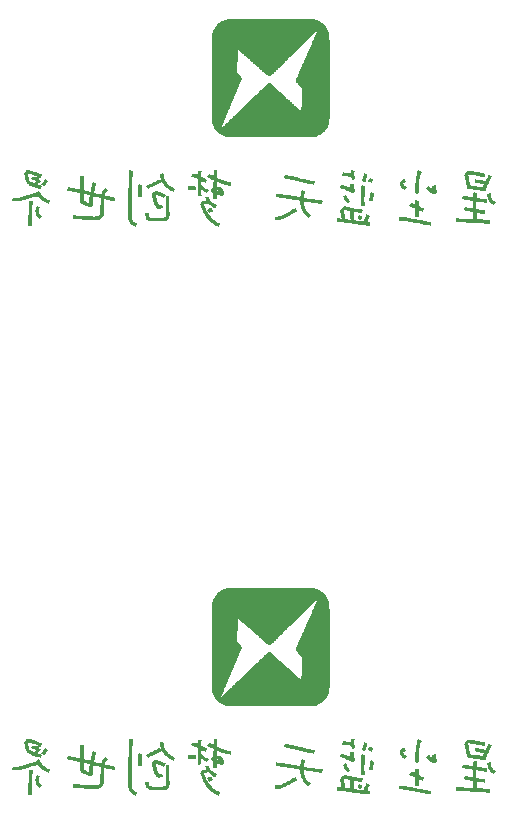
<source format=gbo>
G04 Layer: BottomSilkLayer*
G04 EasyEDA v6.3.43, 2020-06-01T19:13:48+08:00*
G04 e22e4845dbe6470894a8ffcda582c5b6,45e1048b23574a55a66a4e5d38cdb7dd,10*
G04 Gerber Generator version 0.2*
G04 Scale: 100 percent, Rotated: No, Reflected: No *
G04 Dimensions in millimeters *
G04 leading zeros omitted , absolute positions ,3 integer and 3 decimal *
%FSLAX33Y33*%
%MOMM*%
G90*
G71D02*


%LPD*%

%LPD*%
G36*
G01X56623Y74688D02*
G01X55440Y74688D01*
G01X55348Y74687D01*
G01X55257Y74687D01*
G01X55076Y74686D01*
G01X54986Y74686D01*
G01X54808Y74685D01*
G01X54631Y74685D01*
G01X54544Y74684D01*
G01X54457Y74684D01*
G01X54371Y74683D01*
G01X54286Y74683D01*
G01X54201Y74682D01*
G01X54118Y74681D01*
G01X54035Y74681D01*
G01X53953Y74680D01*
G01X53872Y74679D01*
G01X53793Y74679D01*
G01X53714Y74678D01*
G01X53636Y74677D01*
G01X53560Y74676D01*
G01X53485Y74676D01*
G01X53411Y74674D01*
G01X53338Y74673D01*
G01X53267Y74673D01*
G01X53197Y74672D01*
G01X53129Y74671D01*
G01X53062Y74670D01*
G01X52997Y74669D01*
G01X52933Y74668D01*
G01X52872Y74667D01*
G01X52811Y74665D01*
G01X52753Y74664D01*
G01X52696Y74663D01*
G01X52641Y74662D01*
G01X52588Y74661D01*
G01X52537Y74660D01*
G01X52488Y74658D01*
G01X52441Y74657D01*
G01X52396Y74656D01*
G01X52353Y74654D01*
G01X52313Y74653D01*
G01X52275Y74652D01*
G01X52239Y74650D01*
G01X52205Y74649D01*
G01X52173Y74647D01*
G01X52144Y74646D01*
G01X52118Y74644D01*
G01X52094Y74642D01*
G01X52073Y74641D01*
G01X52054Y74639D01*
G01X52037Y74638D01*
G01X52024Y74636D01*
G01X52014Y74634D01*
G01X52005Y74633D01*
G01X51943Y74615D01*
G01X51881Y74595D01*
G01X51822Y74574D01*
G01X51764Y74552D01*
G01X51708Y74527D01*
G01X51653Y74501D01*
G01X51600Y74474D01*
G01X51549Y74444D01*
G01X51500Y74413D01*
G01X51451Y74380D01*
G01X51405Y74346D01*
G01X51360Y74310D01*
G01X51317Y74272D01*
G01X51274Y74232D01*
G01X51234Y74190D01*
G01X51196Y74147D01*
G01X51158Y74101D01*
G01X51123Y74054D01*
G01X51088Y74005D01*
G01X51055Y73954D01*
G01X51024Y73901D01*
G01X50993Y73847D01*
G01X50964Y73790D01*
G01X50937Y73731D01*
G01X50911Y73671D01*
G01X50886Y73608D01*
G01X50862Y73543D01*
G01X50840Y73477D01*
G01X50839Y73471D01*
G01X50837Y73461D01*
G01X50836Y73449D01*
G01X50834Y73434D01*
G01X50833Y73417D01*
G01X50832Y73396D01*
G01X50830Y73373D01*
G01X50829Y73348D01*
G01X50827Y73320D01*
G01X50826Y73290D01*
G01X50825Y73257D01*
G01X50823Y73222D01*
G01X50822Y73184D01*
G01X50821Y73144D01*
G01X50820Y73102D01*
G01X50819Y73058D01*
G01X50818Y73011D01*
G01X50817Y72962D01*
G01X50816Y72912D01*
G01X50815Y72859D01*
G01X50814Y72804D01*
G01X50813Y72748D01*
G01X50812Y72689D01*
G01X50811Y72629D01*
G01X50810Y72567D01*
G01X50809Y72503D01*
G01X50808Y72438D01*
G01X50808Y72371D01*
G01X50807Y72303D01*
G01X50806Y72233D01*
G01X50805Y72161D01*
G01X50805Y72088D01*
G01X50804Y72014D01*
G01X50803Y71938D01*
G01X50803Y71862D01*
G01X50801Y71704D01*
G01X50801Y71624D01*
G01X50800Y71543D01*
G01X50800Y71460D01*
G01X50799Y71377D01*
G01X50799Y71292D01*
G01X50798Y71207D01*
G01X50798Y71121D01*
G01X50797Y71034D01*
G01X50797Y70858D01*
G01X50796Y70769D01*
G01X50796Y70409D01*
G01X50795Y70317D01*
G01X50795Y69209D01*
G01X50796Y69117D01*
G01X50796Y68843D01*
G01X50797Y68752D01*
G01X50797Y68573D01*
G01X50798Y68484D01*
G01X50798Y68308D01*
G01X50799Y68221D01*
G01X50800Y68136D01*
G01X50800Y68050D01*
G01X50801Y67966D01*
G01X50801Y67883D01*
G01X50802Y67800D01*
G01X50802Y67718D01*
G01X50803Y67638D01*
G01X50804Y67559D01*
G01X50804Y67481D01*
G01X50805Y67404D01*
G01X50806Y67329D01*
G01X50806Y67255D01*
G01X50807Y67181D01*
G01X50808Y67110D01*
G01X50809Y67040D01*
G01X50810Y66972D01*
G01X50810Y66905D01*
G01X50811Y66840D01*
G01X50812Y66776D01*
G01X50813Y66714D01*
G01X50814Y66654D01*
G01X50815Y66595D01*
G01X50816Y66539D01*
G01X50817Y66485D01*
G01X50818Y66432D01*
G01X50819Y66381D01*
G01X50820Y66333D01*
G01X50821Y66286D01*
G01X50822Y66242D01*
G01X50824Y66200D01*
G01X50825Y66160D01*
G01X50826Y66122D01*
G01X50827Y66087D01*
G01X50829Y66054D01*
G01X50830Y66024D01*
G01X50832Y65996D01*
G01X50833Y65970D01*
G01X50834Y65948D01*
G01X50836Y65927D01*
G01X50837Y65910D01*
G01X50839Y65895D01*
G01X50840Y65883D01*
G01X50842Y65874D01*
G01X50843Y65868D01*
G01X50869Y65792D01*
G01X50895Y65719D01*
G01X50923Y65650D01*
G01X50951Y65584D01*
G01X50981Y65521D01*
G01X51012Y65461D01*
G01X51045Y65405D01*
G01X51079Y65351D01*
G01X51115Y65299D01*
G01X51153Y65250D01*
G01X51193Y65203D01*
G01X51235Y65159D01*
G01X51279Y65116D01*
G01X51325Y65075D01*
G01X51375Y65036D01*
G01X51426Y64998D01*
G01X51480Y64961D01*
G01X51537Y64926D01*
G01X51598Y64891D01*
G01X51661Y64858D01*
G01X51955Y64708D01*
G01X59602Y64708D01*
G01X59857Y64832D01*
G01X59917Y64863D01*
G01X59975Y64895D01*
G01X60031Y64929D01*
G01X60085Y64963D01*
G01X60137Y64999D01*
G01X60186Y65037D01*
G01X60234Y65076D01*
G01X60279Y65116D01*
G01X60322Y65159D01*
G01X60364Y65202D01*
G01X60403Y65247D01*
G01X60441Y65294D01*
G01X60476Y65343D01*
G01X60510Y65392D01*
G01X60541Y65444D01*
G01X60571Y65497D01*
G01X60599Y65552D01*
G01X60625Y65609D01*
G01X60649Y65667D01*
G01X60671Y65728D01*
G01X60692Y65790D01*
G01X60711Y65854D01*
G01X60727Y65919D01*
G01X60743Y65987D01*
G01X60745Y65998D01*
G01X60747Y66012D01*
G01X60749Y66028D01*
G01X60750Y66047D01*
G01X60752Y66068D01*
G01X60754Y66093D01*
G01X60756Y66119D01*
G01X60757Y66148D01*
G01X60759Y66179D01*
G01X60761Y66213D01*
G01X60762Y66248D01*
G01X60764Y66286D01*
G01X60765Y66327D01*
G01X60767Y66369D01*
G01X60768Y66413D01*
G01X60770Y66460D01*
G01X60772Y66508D01*
G01X60774Y66610D01*
G01X60775Y66665D01*
G01X60777Y66721D01*
G01X60778Y66778D01*
G01X60779Y66838D01*
G01X60780Y66899D01*
G01X60781Y66961D01*
G01X60783Y67091D01*
G01X60784Y67158D01*
G01X60785Y67227D01*
G01X60786Y67297D01*
G01X60787Y67368D01*
G01X60787Y67441D01*
G01X60788Y67515D01*
G01X60789Y67590D01*
G01X60790Y67666D01*
G01X60790Y67744D01*
G01X60791Y67822D01*
G01X60791Y67901D01*
G01X60792Y67982D01*
G01X60792Y68063D01*
G01X60793Y68146D01*
G01X60793Y68228D01*
G01X60794Y68312D01*
G01X60794Y68482D01*
G01X60795Y68568D01*
G01X60795Y68830D01*
G01X60796Y68918D01*
G01X60796Y69634D01*
G01X60795Y69725D01*
G01X60795Y69995D01*
G01X60794Y70085D01*
G01X60794Y70175D01*
G01X60793Y70443D01*
G01X60792Y70532D01*
G01X60792Y70620D01*
G01X60791Y70708D01*
G01X60791Y70795D01*
G01X60790Y70882D01*
G01X60790Y70969D01*
G01X60788Y71139D01*
G01X60788Y71223D01*
G01X60786Y71389D01*
G01X60785Y71471D01*
G01X60784Y71552D01*
G01X60784Y71632D01*
G01X60782Y71788D01*
G01X60781Y71865D01*
G01X60779Y72015D01*
G01X60778Y72088D01*
G01X60777Y72160D01*
G01X60775Y72230D01*
G01X60774Y72300D01*
G01X60773Y72368D01*
G01X60772Y72434D01*
G01X60771Y72499D01*
G01X60769Y72562D01*
G01X60768Y72624D01*
G01X60766Y72684D01*
G01X60765Y72742D01*
G01X60763Y72799D01*
G01X60761Y72907D01*
G01X60759Y72957D01*
G01X60758Y73007D01*
G01X60756Y73054D01*
G01X60754Y73099D01*
G01X60753Y73142D01*
G01X60751Y73184D01*
G01X60750Y73223D01*
G01X60748Y73259D01*
G01X60746Y73294D01*
G01X60744Y73326D01*
G01X60743Y73356D01*
G01X60741Y73383D01*
G01X60739Y73408D01*
G01X60737Y73431D01*
G01X60735Y73451D01*
G01X60733Y73468D01*
G01X60731Y73483D01*
G01X60729Y73495D01*
G01X60727Y73505D01*
G01X60725Y73512D01*
G01X60699Y73578D01*
G01X60672Y73642D01*
G01X60645Y73703D01*
G01X60617Y73762D01*
G01X60589Y73819D01*
G01X60560Y73873D01*
G01X60530Y73925D01*
G01X60499Y73974D01*
G01X60467Y74022D01*
G01X60434Y74068D01*
G01X60400Y74112D01*
G01X60364Y74154D01*
G01X60328Y74194D01*
G01X60289Y74233D01*
G01X60250Y74270D01*
G01X60208Y74305D01*
G01X60165Y74339D01*
G01X60121Y74372D01*
G01X60075Y74403D01*
G01X60026Y74433D01*
G01X59976Y74462D01*
G01X59924Y74490D01*
G01X59869Y74517D01*
G01X59812Y74543D01*
G01X59754Y74568D01*
G01X59693Y74593D01*
G01X59629Y74617D01*
G01X59563Y74640D01*
G01X59556Y74641D01*
G01X59547Y74643D01*
G01X59535Y74645D01*
G01X59520Y74647D01*
G01X59503Y74648D01*
G01X59482Y74650D01*
G01X59459Y74651D01*
G01X59434Y74653D01*
G01X59407Y74654D01*
G01X59377Y74656D01*
G01X59344Y74657D01*
G01X59309Y74658D01*
G01X59272Y74660D01*
G01X59232Y74661D01*
G01X59191Y74662D01*
G01X59147Y74663D01*
G01X59101Y74665D01*
G01X59053Y74666D01*
G01X59003Y74667D01*
G01X58951Y74668D01*
G01X58897Y74669D01*
G01X58841Y74670D01*
G01X58783Y74671D01*
G01X58724Y74672D01*
G01X58663Y74673D01*
G01X58600Y74674D01*
G01X58536Y74675D01*
G01X58470Y74676D01*
G01X58402Y74677D01*
G01X58333Y74678D01*
G01X58263Y74678D01*
G01X58191Y74679D01*
G01X58043Y74681D01*
G01X57967Y74681D01*
G01X57890Y74682D01*
G01X57812Y74682D01*
G01X57733Y74683D01*
G01X57652Y74684D01*
G01X57571Y74684D01*
G01X57489Y74685D01*
G01X57322Y74685D01*
G01X57237Y74686D01*
G01X57065Y74686D01*
G01X56978Y74687D01*
G01X56713Y74687D01*
G01X56623Y74688D01*
G37*

%LPC*%
G36*
G01X59650Y73607D02*
G01X59635Y73620D01*
G01X59610Y73615D01*
G01X59574Y73592D01*
G01X59524Y73550D01*
G01X59459Y73488D01*
G01X59378Y73404D01*
G01X59330Y73356D01*
G01X59309Y73334D01*
G01X59227Y73252D01*
G01X59194Y73220D01*
G01X59123Y73148D01*
G01X59083Y73109D01*
G01X59042Y73068D01*
G01X58998Y73026D01*
G01X58953Y72980D01*
G01X58906Y72934D01*
G01X58856Y72885D01*
G01X58806Y72835D01*
G01X58754Y72784D01*
G01X58700Y72731D01*
G01X58645Y72677D01*
G01X58588Y72621D01*
G01X58531Y72564D01*
G01X58472Y72506D01*
G01X58352Y72388D01*
G01X58290Y72328D01*
G01X58228Y72267D01*
G01X58166Y72205D01*
G01X58102Y72143D01*
G01X58039Y72081D01*
G01X57974Y72018D01*
G01X57910Y71955D01*
G01X57806Y71853D01*
G01X57597Y71648D01*
G01X57545Y71596D01*
G01X57492Y71545D01*
G01X57440Y71493D01*
G01X57284Y71340D01*
G01X57233Y71290D01*
G01X57183Y71240D01*
G01X57132Y71191D01*
G01X57082Y71142D01*
G01X57033Y71093D01*
G01X56984Y71045D01*
G01X56937Y70998D01*
G01X56889Y70952D01*
G01X56843Y70906D01*
G01X56797Y70861D01*
G01X56710Y70774D01*
G01X56667Y70732D01*
G01X56625Y70691D01*
G01X56585Y70651D01*
G01X56546Y70613D01*
G01X56508Y70575D01*
G01X56471Y70539D01*
G01X56436Y70504D01*
G01X56402Y70471D01*
G01X56282Y70351D01*
G01X56256Y70326D01*
G01X56190Y70259D01*
G01X56145Y70214D01*
G01X56102Y70170D01*
G01X56062Y70129D01*
G01X56025Y70092D01*
G01X55990Y70056D01*
G01X55958Y70024D01*
G01X55927Y69994D01*
G01X55897Y69967D01*
G01X55869Y69942D01*
G01X55842Y69922D01*
G01X55816Y69903D01*
G01X55791Y69888D01*
G01X55766Y69875D01*
G01X55741Y69866D01*
G01X55716Y69861D01*
G01X55692Y69858D01*
G01X55667Y69858D01*
G01X55640Y69862D01*
G01X55613Y69869D01*
G01X55585Y69879D01*
G01X55556Y69893D01*
G01X55525Y69910D01*
G01X55492Y69931D01*
G01X55457Y69956D01*
G01X55420Y69984D01*
G01X55380Y70016D01*
G01X55337Y70051D01*
G01X55292Y70090D01*
G01X55243Y70133D01*
G01X55191Y70180D01*
G01X55135Y70230D01*
G01X55076Y70285D01*
G01X55012Y70343D01*
G01X54944Y70406D01*
G01X54871Y70472D01*
G01X54793Y70543D01*
G01X54755Y70578D01*
G01X54714Y70615D01*
G01X54672Y70652D01*
G01X54631Y70688D01*
G01X54592Y70723D01*
G01X54556Y70755D01*
G01X54523Y70783D01*
G01X54496Y70806D01*
G01X54466Y70831D01*
G01X54425Y70867D01*
G01X54375Y70911D01*
G01X54318Y70962D01*
G01X54256Y71017D01*
G01X54190Y71076D01*
G01X54054Y71198D01*
G01X53988Y71258D01*
G01X53924Y71315D01*
G01X53863Y71368D01*
G01X53807Y71416D01*
G01X53758Y71457D01*
G01X53717Y71491D01*
G01X53687Y71515D01*
G01X53668Y71528D01*
G01X53634Y71551D01*
G01X53588Y71588D01*
G01X53535Y71635D01*
G01X53482Y71684D01*
G01X53453Y71712D01*
G01X53420Y71744D01*
G01X53383Y71778D01*
G01X53344Y71814D01*
G01X53262Y71889D01*
G01X53223Y71924D01*
G01X53186Y71956D01*
G01X53013Y72107D01*
G01X52988Y71466D01*
G01X52985Y71399D01*
G01X52982Y71331D01*
G01X52979Y71262D01*
G01X52976Y71192D01*
G01X52972Y71123D01*
G01X52969Y71053D01*
G01X52961Y70919D01*
G01X52957Y70855D01*
G01X52954Y70793D01*
G01X52950Y70735D01*
G01X52947Y70680D01*
G01X52943Y70629D01*
G01X52940Y70582D01*
G01X52937Y70541D01*
G01X52934Y70505D01*
G01X52925Y70403D01*
G01X52920Y70324D01*
G01X52919Y70263D01*
G01X52923Y70217D01*
G01X52933Y70181D01*
G01X52948Y70151D01*
G01X52970Y70123D01*
G01X53000Y70093D01*
G01X53081Y70013D01*
G01X53151Y69942D01*
G01X53206Y69881D01*
G01X53250Y69827D01*
G01X53282Y69777D01*
G01X53303Y69730D01*
G01X53314Y69683D01*
G01X53316Y69636D01*
G01X53309Y69585D01*
G01X53293Y69529D01*
G01X53270Y69466D01*
G01X53240Y69394D01*
G01X53215Y69335D01*
G01X53190Y69274D01*
G01X53167Y69220D01*
G01X53151Y69178D01*
G01X53136Y69142D01*
G01X53120Y69103D01*
G01X53102Y69060D01*
G01X53082Y69015D01*
G01X53062Y68966D01*
G01X53038Y68913D01*
G01X53014Y68857D01*
G01X52987Y68798D01*
G01X52959Y68734D01*
G01X52928Y68666D01*
G01X52895Y68595D01*
G01X52860Y68519D01*
G01X52806Y68397D01*
G01X52761Y68291D01*
G01X52730Y68214D01*
G01X52719Y68176D01*
G01X52716Y68161D01*
G01X52708Y68150D01*
G01X52695Y68142D01*
G01X52680Y68140D01*
G01X52665Y68132D01*
G01X52653Y68113D01*
G01X52644Y68084D01*
G01X52641Y68049D01*
G01X52633Y67997D01*
G01X52612Y67925D01*
G01X52581Y67841D01*
G01X52543Y67755D01*
G01X52505Y67674D01*
G01X52474Y67604D01*
G01X52453Y67552D01*
G01X52445Y67526D01*
G01X52437Y67498D01*
G01X52415Y67443D01*
G01X52382Y67368D01*
G01X52343Y67281D01*
G01X52300Y67188D01*
G01X52261Y67100D01*
G01X52227Y67025D01*
G01X52206Y66973D01*
G01X52175Y66895D01*
G01X52149Y66831D01*
G01X52127Y66778D01*
G01X52109Y66731D01*
G01X52091Y66689D01*
G01X52074Y66647D01*
G01X52055Y66602D01*
G01X52033Y66551D01*
G01X52001Y66477D01*
G01X51964Y66394D01*
G01X51926Y66309D01*
G01X51892Y66235D01*
G01X51863Y66170D01*
G01X51839Y66111D01*
G01X51823Y66063D01*
G01X51818Y66035D01*
G01X51810Y66005D01*
G01X51789Y65951D01*
G01X51758Y65881D01*
G01X51719Y65803D01*
G01X51681Y65723D01*
G01X51650Y65647D01*
G01X51629Y65585D01*
G01X51621Y65545D01*
G01X51617Y65518D01*
G01X51607Y65492D01*
G01X51591Y65472D01*
G01X51572Y65459D01*
G01X51556Y65452D01*
G01X51549Y65445D01*
G01X51552Y65440D01*
G01X51564Y65437D01*
G01X51577Y65442D01*
G01X51601Y65458D01*
G01X51634Y65484D01*
G01X51674Y65518D01*
G01X51721Y65559D01*
G01X51773Y65608D01*
G01X51828Y65661D01*
G01X51886Y65718D01*
G01X52005Y65837D01*
G01X52043Y65874D01*
G01X52083Y65914D01*
G01X52126Y65956D01*
G01X52171Y65999D01*
G01X52217Y66045D01*
G01X52265Y66091D01*
G01X52314Y66140D01*
G01X52365Y66188D01*
G01X52416Y66238D01*
G01X52468Y66289D01*
G01X52521Y66340D01*
G01X52573Y66391D01*
G01X52626Y66441D01*
G01X52678Y66492D01*
G01X52730Y66541D01*
G01X52781Y66590D01*
G01X52824Y66632D01*
G01X52869Y66675D01*
G01X52915Y66719D01*
G01X52962Y66764D01*
G01X53010Y66811D01*
G01X53060Y66858D01*
G01X53110Y66906D01*
G01X53161Y66955D01*
G01X53211Y67004D01*
G01X53263Y67054D01*
G01X53365Y67153D01*
G01X53467Y67251D01*
G01X53517Y67299D01*
G01X53566Y67346D01*
G01X53614Y67393D01*
G01X53661Y67438D01*
G01X53706Y67482D01*
G01X53750Y67525D01*
G01X53793Y67566D01*
G01X53833Y67606D01*
G01X53872Y67643D01*
G01X53908Y67678D01*
G01X53978Y67746D01*
G01X54046Y67811D01*
G01X54109Y67873D01*
G01X54170Y67930D01*
G01X54225Y67984D01*
G01X54276Y68032D01*
G01X54321Y68074D01*
G01X54360Y68110D01*
G01X54391Y68139D01*
G01X54415Y68160D01*
G01X54430Y68174D01*
G01X54437Y68179D01*
G01X54447Y68186D01*
G01X54472Y68208D01*
G01X54509Y68243D01*
G01X54558Y68288D01*
G01X54615Y68343D01*
G01X54680Y68407D01*
G01X54751Y68476D01*
G01X54827Y68552D01*
G01X54927Y68651D01*
G01X55018Y68742D01*
G01X55102Y68824D01*
G01X55178Y68899D01*
G01X55248Y68966D01*
G01X55311Y69026D01*
G01X55368Y69078D01*
G01X55419Y69123D01*
G01X55466Y69162D01*
G01X55508Y69194D01*
G01X55546Y69220D01*
G01X55581Y69240D01*
G01X55613Y69254D01*
G01X55642Y69263D01*
G01X55670Y69267D01*
G01X55696Y69266D01*
G01X55720Y69260D01*
G01X55745Y69250D01*
G01X55769Y69235D01*
G01X55794Y69217D01*
G01X55820Y69195D01*
G01X55847Y69170D01*
G01X55877Y69141D01*
G01X55909Y69110D01*
G01X55949Y69072D01*
G01X55995Y69028D01*
G01X56047Y68980D01*
G01X56104Y68929D01*
G01X56161Y68877D01*
G01X56220Y68825D01*
G01X56277Y68775D01*
G01X56331Y68728D01*
G01X56382Y68684D01*
G01X56432Y68641D01*
G01X56478Y68601D01*
G01X56521Y68564D01*
G01X56558Y68532D01*
G01X56589Y68506D01*
G01X56611Y68486D01*
G01X56625Y68473D01*
G01X56640Y68459D01*
G01X56668Y68433D01*
G01X56707Y68398D01*
G01X56755Y68354D01*
G01X56810Y68304D01*
G01X56872Y68247D01*
G01X56938Y68187D01*
G01X57006Y68124D01*
G01X57053Y68081D01*
G01X57102Y68037D01*
G01X57198Y67949D01*
G01X57244Y67906D01*
G01X57290Y67864D01*
G01X57333Y67825D01*
G01X57374Y67787D01*
G01X57411Y67752D01*
G01X57444Y67722D01*
G01X57473Y67695D01*
G01X57496Y67673D01*
G01X57547Y67626D01*
G01X57601Y67576D01*
G01X57659Y67523D01*
G01X57718Y67470D01*
G01X57778Y67415D01*
G01X57839Y67360D01*
G01X57900Y67306D01*
G01X57959Y67254D01*
G01X58016Y67203D01*
G01X58071Y67156D01*
G01X58121Y67112D01*
G01X58167Y67073D01*
G01X58207Y67039D01*
G01X58241Y67011D01*
G01X58268Y66989D01*
G01X58286Y66975D01*
G01X58299Y66968D01*
G01X58310Y66965D01*
G01X58321Y66966D01*
G01X58331Y66972D01*
G01X58340Y66983D01*
G01X58348Y67001D01*
G01X58356Y67025D01*
G01X58363Y67057D01*
G01X58370Y67095D01*
G01X58376Y67142D01*
G01X58382Y67198D01*
G01X58388Y67262D01*
G01X58393Y67337D01*
G01X58398Y67421D01*
G01X58403Y67517D01*
G01X58408Y67623D01*
G01X58413Y67741D01*
G01X58418Y67872D01*
G01X58424Y68015D01*
G01X58429Y68172D01*
G01X58449Y68774D01*
G01X58262Y68996D01*
G01X58187Y69083D01*
G01X58123Y69158D01*
G01X58076Y69212D01*
G01X58053Y69237D01*
G01X57997Y69295D01*
G01X57956Y69353D01*
G01X57928Y69413D01*
G01X57914Y69475D01*
G01X57913Y69539D01*
G01X57927Y69605D01*
G01X57954Y69674D01*
G01X57994Y69747D01*
G01X58032Y69812D01*
G01X58063Y69876D01*
G01X58084Y69929D01*
G01X58092Y69966D01*
G01X58099Y70006D01*
G01X58119Y70065D01*
G01X58149Y70137D01*
G01X58184Y70212D01*
G01X58262Y70370D01*
G01X58295Y70440D01*
G01X58318Y70492D01*
G01X58338Y70541D01*
G01X58365Y70603D01*
G01X58394Y70670D01*
G01X58421Y70733D01*
G01X58445Y70792D01*
G01X58466Y70847D01*
G01X58479Y70892D01*
G01X58487Y70937D01*
G01X58496Y70950D01*
G01X58508Y70959D01*
G01X58538Y70967D01*
G01X58551Y70979D01*
G01X58559Y70997D01*
G01X58568Y71051D01*
G01X58585Y71101D01*
G01X58608Y71161D01*
G01X58638Y71224D01*
G01X58660Y71268D01*
G01X58685Y71320D01*
G01X58713Y71380D01*
G01X58743Y71444D01*
G01X58774Y71512D01*
G01X58805Y71581D01*
G01X58836Y71649D01*
G01X58866Y71715D01*
G01X58893Y71778D01*
G01X58918Y71835D01*
G01X58939Y71884D01*
G01X58955Y71924D01*
G01X58965Y71947D01*
G01X58980Y71981D01*
G01X59000Y72026D01*
G01X59024Y72079D01*
G01X59052Y72139D01*
G01X59082Y72204D01*
G01X59114Y72272D01*
G01X59147Y72341D01*
G01X59179Y72411D01*
G01X59209Y72478D01*
G01X59236Y72541D01*
G01X59260Y72599D01*
G01X59280Y72650D01*
G01X59295Y72692D01*
G01X59304Y72724D01*
G01X59307Y72744D01*
G01X59311Y72767D01*
G01X59319Y72788D01*
G01X59331Y72801D01*
G01X59347Y72806D01*
G01X59362Y72812D01*
G01X59375Y72826D01*
G01X59384Y72848D01*
G01X59387Y72875D01*
G01X59395Y72917D01*
G01X59417Y72981D01*
G01X59447Y73058D01*
G01X59485Y73139D01*
G01X59522Y73220D01*
G01X59553Y73292D01*
G01X59574Y73350D01*
G01X59582Y73385D01*
G01X59585Y73403D01*
G01X59593Y73419D01*
G01X59606Y73429D01*
G01X59621Y73433D01*
G01X59637Y73441D01*
G01X59649Y73462D01*
G01X59657Y73493D01*
G01X59661Y73531D01*
G01X59659Y73577D01*
G01X59650Y73607D01*
G37*

%LPD*%
G36*
G01X56623Y26526D02*
G01X55440Y26526D01*
G01X55348Y26525D01*
G01X55257Y26525D01*
G01X55076Y26524D01*
G01X54986Y26524D01*
G01X54808Y26523D01*
G01X54631Y26523D01*
G01X54544Y26522D01*
G01X54457Y26522D01*
G01X54371Y26521D01*
G01X54286Y26521D01*
G01X54201Y26520D01*
G01X54118Y26519D01*
G01X54035Y26519D01*
G01X53953Y26518D01*
G01X53872Y26517D01*
G01X53793Y26517D01*
G01X53714Y26516D01*
G01X53636Y26515D01*
G01X53560Y26514D01*
G01X53485Y26514D01*
G01X53411Y26513D01*
G01X53338Y26512D01*
G01X53267Y26511D01*
G01X53197Y26510D01*
G01X53129Y26509D01*
G01X53062Y26508D01*
G01X52997Y26507D01*
G01X52933Y26506D01*
G01X52872Y26505D01*
G01X52811Y26503D01*
G01X52753Y26502D01*
G01X52696Y26501D01*
G01X52641Y26500D01*
G01X52588Y26499D01*
G01X52537Y26498D01*
G01X52488Y26496D01*
G01X52441Y26495D01*
G01X52396Y26494D01*
G01X52353Y26492D01*
G01X52313Y26491D01*
G01X52275Y26490D01*
G01X52239Y26488D01*
G01X52205Y26487D01*
G01X52173Y26485D01*
G01X52144Y26484D01*
G01X52118Y26482D01*
G01X52094Y26481D01*
G01X52073Y26479D01*
G01X52054Y26477D01*
G01X52037Y26476D01*
G01X52024Y26474D01*
G01X52014Y26472D01*
G01X52005Y26471D01*
G01X51943Y26453D01*
G01X51881Y26433D01*
G01X51822Y26412D01*
G01X51764Y26390D01*
G01X51708Y26365D01*
G01X51653Y26339D01*
G01X51600Y26312D01*
G01X51549Y26282D01*
G01X51500Y26251D01*
G01X51451Y26218D01*
G01X51405Y26184D01*
G01X51360Y26148D01*
G01X51317Y26110D01*
G01X51274Y26070D01*
G01X51234Y26028D01*
G01X51196Y25985D01*
G01X51158Y25940D01*
G01X51123Y25892D01*
G01X51088Y25843D01*
G01X51055Y25792D01*
G01X51024Y25739D01*
G01X50993Y25685D01*
G01X50964Y25628D01*
G01X50937Y25569D01*
G01X50911Y25509D01*
G01X50886Y25446D01*
G01X50862Y25381D01*
G01X50840Y25315D01*
G01X50839Y25309D01*
G01X50837Y25299D01*
G01X50836Y25287D01*
G01X50834Y25273D01*
G01X50833Y25255D01*
G01X50832Y25234D01*
G01X50830Y25212D01*
G01X50829Y25186D01*
G01X50827Y25158D01*
G01X50826Y25128D01*
G01X50825Y25095D01*
G01X50823Y25060D01*
G01X50822Y25022D01*
G01X50821Y24982D01*
G01X50820Y24940D01*
G01X50819Y24896D01*
G01X50818Y24849D01*
G01X50817Y24800D01*
G01X50816Y24750D01*
G01X50815Y24697D01*
G01X50814Y24642D01*
G01X50813Y24586D01*
G01X50812Y24527D01*
G01X50811Y24467D01*
G01X50810Y24405D01*
G01X50809Y24341D01*
G01X50808Y24276D01*
G01X50808Y24209D01*
G01X50807Y24141D01*
G01X50806Y24071D01*
G01X50805Y23999D01*
G01X50805Y23926D01*
G01X50804Y23852D01*
G01X50803Y23776D01*
G01X50803Y23700D01*
G01X50802Y23622D01*
G01X50801Y23542D01*
G01X50801Y23462D01*
G01X50800Y23381D01*
G01X50800Y23298D01*
G01X50799Y23215D01*
G01X50799Y23130D01*
G01X50798Y23045D01*
G01X50798Y22959D01*
G01X50797Y22872D01*
G01X50797Y22696D01*
G01X50796Y22608D01*
G01X50796Y22247D01*
G01X50795Y22155D01*
G01X50795Y21047D01*
G01X50796Y20955D01*
G01X50796Y20681D01*
G01X50797Y20590D01*
G01X50797Y20411D01*
G01X50798Y20322D01*
G01X50798Y20146D01*
G01X50799Y20059D01*
G01X50800Y19974D01*
G01X50800Y19888D01*
G01X50801Y19804D01*
G01X50801Y19721D01*
G01X50802Y19638D01*
G01X50802Y19556D01*
G01X50803Y19476D01*
G01X50804Y19397D01*
G01X50804Y19319D01*
G01X50805Y19242D01*
G01X50806Y19167D01*
G01X50806Y19093D01*
G01X50807Y19020D01*
G01X50808Y18948D01*
G01X50809Y18878D01*
G01X50810Y18810D01*
G01X50810Y18743D01*
G01X50811Y18678D01*
G01X50812Y18614D01*
G01X50813Y18552D01*
G01X50814Y18492D01*
G01X50815Y18433D01*
G01X50816Y18377D01*
G01X50817Y18323D01*
G01X50818Y18270D01*
G01X50819Y18219D01*
G01X50820Y18171D01*
G01X50821Y18124D01*
G01X50822Y18080D01*
G01X50824Y18038D01*
G01X50825Y17998D01*
G01X50826Y17960D01*
G01X50827Y17925D01*
G01X50829Y17892D01*
G01X50830Y17862D01*
G01X50832Y17834D01*
G01X50833Y17808D01*
G01X50834Y17786D01*
G01X50836Y17765D01*
G01X50837Y17748D01*
G01X50839Y17733D01*
G01X50840Y17721D01*
G01X50842Y17712D01*
G01X50843Y17706D01*
G01X50869Y17630D01*
G01X50895Y17557D01*
G01X50923Y17488D01*
G01X50951Y17422D01*
G01X50981Y17359D01*
G01X51012Y17299D01*
G01X51045Y17243D01*
G01X51079Y17189D01*
G01X51115Y17137D01*
G01X51153Y17088D01*
G01X51193Y17041D01*
G01X51235Y16997D01*
G01X51279Y16954D01*
G01X51325Y16913D01*
G01X51375Y16874D01*
G01X51426Y16836D01*
G01X51480Y16799D01*
G01X51537Y16764D01*
G01X51598Y16729D01*
G01X51661Y16696D01*
G01X51955Y16546D01*
G01X59602Y16546D01*
G01X59857Y16671D01*
G01X59917Y16701D01*
G01X59975Y16733D01*
G01X60031Y16767D01*
G01X60085Y16801D01*
G01X60137Y16837D01*
G01X60186Y16875D01*
G01X60234Y16914D01*
G01X60279Y16955D01*
G01X60322Y16997D01*
G01X60364Y17040D01*
G01X60403Y17085D01*
G01X60441Y17132D01*
G01X60476Y17181D01*
G01X60510Y17230D01*
G01X60541Y17282D01*
G01X60571Y17335D01*
G01X60599Y17390D01*
G01X60625Y17447D01*
G01X60649Y17505D01*
G01X60671Y17566D01*
G01X60692Y17628D01*
G01X60711Y17692D01*
G01X60727Y17757D01*
G01X60743Y17825D01*
G01X60745Y17836D01*
G01X60747Y17850D01*
G01X60749Y17866D01*
G01X60750Y17885D01*
G01X60752Y17907D01*
G01X60754Y17931D01*
G01X60756Y17957D01*
G01X60757Y17986D01*
G01X60759Y18017D01*
G01X60761Y18051D01*
G01X60762Y18086D01*
G01X60764Y18124D01*
G01X60765Y18165D01*
G01X60767Y18207D01*
G01X60768Y18251D01*
G01X60770Y18298D01*
G01X60772Y18346D01*
G01X60773Y18397D01*
G01X60774Y18449D01*
G01X60775Y18503D01*
G01X60777Y18559D01*
G01X60778Y18616D01*
G01X60779Y18676D01*
G01X60780Y18737D01*
G01X60781Y18799D01*
G01X60783Y18929D01*
G01X60784Y18996D01*
G01X60785Y19065D01*
G01X60786Y19135D01*
G01X60787Y19206D01*
G01X60787Y19279D01*
G01X60788Y19353D01*
G01X60789Y19428D01*
G01X60790Y19504D01*
G01X60790Y19582D01*
G01X60791Y19660D01*
G01X60791Y19739D01*
G01X60792Y19820D01*
G01X60792Y19901D01*
G01X60793Y19984D01*
G01X60793Y20067D01*
G01X60794Y20150D01*
G01X60794Y20321D01*
G01X60795Y20406D01*
G01X60795Y20668D01*
G01X60796Y20756D01*
G01X60796Y21472D01*
G01X60795Y21563D01*
G01X60795Y21833D01*
G01X60794Y21923D01*
G01X60794Y22013D01*
G01X60793Y22281D01*
G01X60792Y22370D01*
G01X60792Y22458D01*
G01X60791Y22546D01*
G01X60791Y22633D01*
G01X60790Y22720D01*
G01X60790Y22807D01*
G01X60788Y22977D01*
G01X60788Y23061D01*
G01X60786Y23227D01*
G01X60785Y23309D01*
G01X60784Y23390D01*
G01X60784Y23470D01*
G01X60782Y23626D01*
G01X60781Y23703D01*
G01X60779Y23853D01*
G01X60778Y23926D01*
G01X60777Y23998D01*
G01X60775Y24069D01*
G01X60774Y24138D01*
G01X60773Y24206D01*
G01X60772Y24272D01*
G01X60771Y24337D01*
G01X60769Y24400D01*
G01X60768Y24462D01*
G01X60766Y24522D01*
G01X60765Y24580D01*
G01X60763Y24637D01*
G01X60761Y24745D01*
G01X60759Y24795D01*
G01X60758Y24845D01*
G01X60756Y24892D01*
G01X60754Y24937D01*
G01X60753Y24980D01*
G01X60751Y25022D01*
G01X60750Y25061D01*
G01X60748Y25097D01*
G01X60746Y25132D01*
G01X60744Y25164D01*
G01X60743Y25194D01*
G01X60741Y25221D01*
G01X60739Y25246D01*
G01X60737Y25269D01*
G01X60735Y25289D01*
G01X60733Y25307D01*
G01X60731Y25321D01*
G01X60729Y25333D01*
G01X60727Y25343D01*
G01X60725Y25350D01*
G01X60699Y25416D01*
G01X60672Y25480D01*
G01X60645Y25541D01*
G01X60617Y25600D01*
G01X60589Y25657D01*
G01X60560Y25711D01*
G01X60530Y25763D01*
G01X60499Y25813D01*
G01X60467Y25860D01*
G01X60434Y25906D01*
G01X60400Y25950D01*
G01X60364Y25992D01*
G01X60328Y26032D01*
G01X60289Y26071D01*
G01X60250Y26108D01*
G01X60208Y26143D01*
G01X60165Y26177D01*
G01X60121Y26210D01*
G01X60075Y26241D01*
G01X60026Y26271D01*
G01X59976Y26300D01*
G01X59924Y26328D01*
G01X59869Y26355D01*
G01X59812Y26381D01*
G01X59754Y26406D01*
G01X59693Y26431D01*
G01X59629Y26455D01*
G01X59563Y26478D01*
G01X59556Y26480D01*
G01X59547Y26482D01*
G01X59535Y26483D01*
G01X59520Y26485D01*
G01X59503Y26486D01*
G01X59482Y26488D01*
G01X59459Y26489D01*
G01X59434Y26491D01*
G01X59407Y26492D01*
G01X59377Y26494D01*
G01X59344Y26495D01*
G01X59309Y26496D01*
G01X59272Y26498D01*
G01X59232Y26499D01*
G01X59191Y26500D01*
G01X59147Y26501D01*
G01X59101Y26503D01*
G01X59053Y26504D01*
G01X59003Y26505D01*
G01X58951Y26506D01*
G01X58897Y26507D01*
G01X58841Y26508D01*
G01X58783Y26509D01*
G01X58724Y26510D01*
G01X58663Y26511D01*
G01X58600Y26512D01*
G01X58536Y26513D01*
G01X58470Y26514D01*
G01X58402Y26515D01*
G01X58333Y26516D01*
G01X58263Y26516D01*
G01X58191Y26517D01*
G01X58043Y26519D01*
G01X57967Y26519D01*
G01X57890Y26520D01*
G01X57812Y26520D01*
G01X57733Y26521D01*
G01X57652Y26522D01*
G01X57571Y26522D01*
G01X57489Y26523D01*
G01X57322Y26523D01*
G01X57237Y26524D01*
G01X57065Y26524D01*
G01X56978Y26525D01*
G01X56713Y26525D01*
G01X56623Y26526D01*
G37*

%LPC*%
G36*
G01X59650Y25445D02*
G01X59635Y25458D01*
G01X59610Y25453D01*
G01X59574Y25430D01*
G01X59524Y25388D01*
G01X59459Y25326D01*
G01X59378Y25242D01*
G01X59330Y25194D01*
G01X59309Y25172D01*
G01X59227Y25090D01*
G01X59194Y25058D01*
G01X59123Y24986D01*
G01X59083Y24947D01*
G01X59042Y24906D01*
G01X58998Y24864D01*
G01X58953Y24818D01*
G01X58906Y24772D01*
G01X58856Y24723D01*
G01X58806Y24673D01*
G01X58754Y24622D01*
G01X58700Y24569D01*
G01X58645Y24515D01*
G01X58588Y24459D01*
G01X58531Y24402D01*
G01X58472Y24344D01*
G01X58352Y24226D01*
G01X58290Y24166D01*
G01X58228Y24105D01*
G01X58166Y24043D01*
G01X58102Y23981D01*
G01X58039Y23919D01*
G01X57974Y23856D01*
G01X57910Y23793D01*
G01X57806Y23691D01*
G01X57597Y23486D01*
G01X57545Y23434D01*
G01X57492Y23383D01*
G01X57440Y23331D01*
G01X57388Y23280D01*
G01X57284Y23179D01*
G01X57183Y23078D01*
G01X57132Y23029D01*
G01X57082Y22980D01*
G01X57033Y22931D01*
G01X56984Y22883D01*
G01X56937Y22836D01*
G01X56889Y22790D01*
G01X56843Y22744D01*
G01X56797Y22699D01*
G01X56710Y22612D01*
G01X56667Y22570D01*
G01X56625Y22529D01*
G01X56585Y22489D01*
G01X56546Y22451D01*
G01X56508Y22413D01*
G01X56471Y22377D01*
G01X56436Y22342D01*
G01X56402Y22309D01*
G01X56282Y22189D01*
G01X56256Y22164D01*
G01X56190Y22098D01*
G01X56145Y22052D01*
G01X56102Y22008D01*
G01X56062Y21967D01*
G01X56025Y21930D01*
G01X55990Y21894D01*
G01X55958Y21862D01*
G01X55927Y21832D01*
G01X55897Y21805D01*
G01X55869Y21781D01*
G01X55842Y21760D01*
G01X55816Y21741D01*
G01X55791Y21726D01*
G01X55766Y21713D01*
G01X55741Y21704D01*
G01X55716Y21699D01*
G01X55692Y21696D01*
G01X55667Y21696D01*
G01X55640Y21700D01*
G01X55613Y21707D01*
G01X55585Y21718D01*
G01X55556Y21731D01*
G01X55525Y21749D01*
G01X55492Y21769D01*
G01X55457Y21794D01*
G01X55420Y21822D01*
G01X55380Y21854D01*
G01X55337Y21889D01*
G01X55292Y21928D01*
G01X55243Y21971D01*
G01X55191Y22018D01*
G01X55135Y22068D01*
G01X55076Y22123D01*
G01X55012Y22181D01*
G01X54944Y22244D01*
G01X54871Y22310D01*
G01X54793Y22381D01*
G01X54755Y22417D01*
G01X54714Y22453D01*
G01X54672Y22490D01*
G01X54631Y22526D01*
G01X54592Y22561D01*
G01X54556Y22593D01*
G01X54523Y22621D01*
G01X54496Y22644D01*
G01X54466Y22670D01*
G01X54425Y22705D01*
G01X54375Y22749D01*
G01X54318Y22800D01*
G01X54256Y22855D01*
G01X54190Y22914D01*
G01X54054Y23036D01*
G01X53988Y23096D01*
G01X53924Y23153D01*
G01X53863Y23206D01*
G01X53807Y23254D01*
G01X53758Y23295D01*
G01X53717Y23329D01*
G01X53687Y23353D01*
G01X53668Y23366D01*
G01X53634Y23389D01*
G01X53588Y23426D01*
G01X53535Y23473D01*
G01X53482Y23522D01*
G01X53453Y23550D01*
G01X53420Y23582D01*
G01X53383Y23616D01*
G01X53344Y23652D01*
G01X53262Y23727D01*
G01X53223Y23762D01*
G01X53186Y23794D01*
G01X53013Y23945D01*
G01X52988Y23304D01*
G01X52985Y23237D01*
G01X52982Y23169D01*
G01X52979Y23100D01*
G01X52976Y23030D01*
G01X52972Y22961D01*
G01X52969Y22892D01*
G01X52965Y22824D01*
G01X52961Y22757D01*
G01X52957Y22693D01*
G01X52954Y22631D01*
G01X52950Y22573D01*
G01X52947Y22518D01*
G01X52943Y22467D01*
G01X52940Y22420D01*
G01X52937Y22379D01*
G01X52934Y22343D01*
G01X52925Y22241D01*
G01X52920Y22162D01*
G01X52919Y22101D01*
G01X52923Y22055D01*
G01X52933Y22019D01*
G01X52948Y21989D01*
G01X52970Y21961D01*
G01X53000Y21931D01*
G01X53081Y21851D01*
G01X53151Y21781D01*
G01X53206Y21719D01*
G01X53250Y21665D01*
G01X53282Y21615D01*
G01X53303Y21568D01*
G01X53314Y21521D01*
G01X53316Y21474D01*
G01X53309Y21423D01*
G01X53293Y21367D01*
G01X53270Y21304D01*
G01X53240Y21232D01*
G01X53215Y21173D01*
G01X53190Y21112D01*
G01X53167Y21058D01*
G01X53151Y21016D01*
G01X53136Y20980D01*
G01X53120Y20941D01*
G01X53102Y20898D01*
G01X53082Y20853D01*
G01X53062Y20804D01*
G01X53038Y20751D01*
G01X53014Y20695D01*
G01X52987Y20636D01*
G01X52959Y20572D01*
G01X52928Y20504D01*
G01X52895Y20433D01*
G01X52860Y20357D01*
G01X52806Y20235D01*
G01X52761Y20130D01*
G01X52730Y20052D01*
G01X52719Y20014D01*
G01X52716Y19999D01*
G01X52708Y19988D01*
G01X52695Y19980D01*
G01X52680Y19978D01*
G01X52665Y19970D01*
G01X52653Y19951D01*
G01X52644Y19922D01*
G01X52641Y19887D01*
G01X52633Y19835D01*
G01X52612Y19763D01*
G01X52581Y19679D01*
G01X52543Y19593D01*
G01X52505Y19512D01*
G01X52474Y19442D01*
G01X52453Y19390D01*
G01X52445Y19364D01*
G01X52437Y19337D01*
G01X52415Y19281D01*
G01X52382Y19206D01*
G01X52343Y19119D01*
G01X52300Y19026D01*
G01X52261Y18938D01*
G01X52227Y18863D01*
G01X52206Y18811D01*
G01X52175Y18733D01*
G01X52149Y18669D01*
G01X52127Y18616D01*
G01X52109Y18569D01*
G01X52091Y18527D01*
G01X52074Y18485D01*
G01X52055Y18440D01*
G01X52033Y18389D01*
G01X52001Y18315D01*
G01X51964Y18232D01*
G01X51926Y18147D01*
G01X51892Y18073D01*
G01X51863Y18008D01*
G01X51839Y17949D01*
G01X51823Y17901D01*
G01X51818Y17873D01*
G01X51810Y17843D01*
G01X51789Y17789D01*
G01X51758Y17719D01*
G01X51719Y17641D01*
G01X51681Y17561D01*
G01X51650Y17485D01*
G01X51629Y17423D01*
G01X51621Y17383D01*
G01X51617Y17356D01*
G01X51607Y17330D01*
G01X51591Y17310D01*
G01X51572Y17297D01*
G01X51556Y17290D01*
G01X51549Y17283D01*
G01X51552Y17278D01*
G01X51564Y17275D01*
G01X51577Y17280D01*
G01X51601Y17296D01*
G01X51634Y17322D01*
G01X51674Y17356D01*
G01X51721Y17397D01*
G01X51773Y17446D01*
G01X51828Y17499D01*
G01X51886Y17556D01*
G01X52005Y17675D01*
G01X52043Y17712D01*
G01X52083Y17752D01*
G01X52126Y17794D01*
G01X52171Y17837D01*
G01X52217Y17883D01*
G01X52265Y17929D01*
G01X52314Y17978D01*
G01X52365Y18026D01*
G01X52416Y18076D01*
G01X52468Y18127D01*
G01X52521Y18178D01*
G01X52573Y18229D01*
G01X52626Y18279D01*
G01X52678Y18330D01*
G01X52730Y18379D01*
G01X52781Y18428D01*
G01X52824Y18470D01*
G01X52869Y18513D01*
G01X52915Y18557D01*
G01X52962Y18602D01*
G01X53010Y18649D01*
G01X53060Y18696D01*
G01X53110Y18744D01*
G01X53161Y18793D01*
G01X53211Y18842D01*
G01X53263Y18892D01*
G01X53365Y18991D01*
G01X53467Y19089D01*
G01X53517Y19137D01*
G01X53566Y19184D01*
G01X53614Y19231D01*
G01X53661Y19276D01*
G01X53706Y19320D01*
G01X53750Y19363D01*
G01X53793Y19404D01*
G01X53833Y19444D01*
G01X53872Y19481D01*
G01X53908Y19516D01*
G01X53978Y19584D01*
G01X54046Y19649D01*
G01X54109Y19711D01*
G01X54170Y19768D01*
G01X54225Y19822D01*
G01X54276Y19870D01*
G01X54321Y19912D01*
G01X54360Y19948D01*
G01X54391Y19977D01*
G01X54415Y19998D01*
G01X54430Y20012D01*
G01X54437Y20017D01*
G01X54447Y20024D01*
G01X54472Y20046D01*
G01X54509Y20081D01*
G01X54558Y20126D01*
G01X54615Y20181D01*
G01X54680Y20245D01*
G01X54751Y20314D01*
G01X54827Y20390D01*
G01X54927Y20489D01*
G01X55018Y20580D01*
G01X55102Y20662D01*
G01X55178Y20737D01*
G01X55248Y20804D01*
G01X55311Y20864D01*
G01X55368Y20916D01*
G01X55419Y20961D01*
G01X55466Y21000D01*
G01X55508Y21032D01*
G01X55546Y21058D01*
G01X55581Y21078D01*
G01X55613Y21092D01*
G01X55642Y21101D01*
G01X55670Y21105D01*
G01X55696Y21104D01*
G01X55720Y21098D01*
G01X55745Y21088D01*
G01X55769Y21073D01*
G01X55794Y21055D01*
G01X55820Y21033D01*
G01X55847Y21008D01*
G01X55877Y20979D01*
G01X55909Y20948D01*
G01X55949Y20910D01*
G01X55995Y20866D01*
G01X56047Y20818D01*
G01X56104Y20767D01*
G01X56161Y20715D01*
G01X56220Y20663D01*
G01X56277Y20613D01*
G01X56331Y20566D01*
G01X56382Y20522D01*
G01X56432Y20480D01*
G01X56478Y20439D01*
G01X56521Y20402D01*
G01X56558Y20370D01*
G01X56589Y20344D01*
G01X56611Y20324D01*
G01X56625Y20311D01*
G01X56640Y20297D01*
G01X56668Y20271D01*
G01X56707Y20236D01*
G01X56755Y20193D01*
G01X56810Y20142D01*
G01X56872Y20085D01*
G01X56938Y20025D01*
G01X57006Y19962D01*
G01X57053Y19919D01*
G01X57102Y19876D01*
G01X57150Y19831D01*
G01X57198Y19787D01*
G01X57244Y19744D01*
G01X57290Y19702D01*
G01X57333Y19663D01*
G01X57374Y19625D01*
G01X57411Y19591D01*
G01X57444Y19560D01*
G01X57473Y19533D01*
G01X57496Y19511D01*
G01X57547Y19464D01*
G01X57601Y19414D01*
G01X57659Y19361D01*
G01X57718Y19308D01*
G01X57778Y19253D01*
G01X57839Y19198D01*
G01X57900Y19144D01*
G01X57959Y19092D01*
G01X58016Y19041D01*
G01X58071Y18994D01*
G01X58121Y18950D01*
G01X58167Y18911D01*
G01X58207Y18877D01*
G01X58241Y18849D01*
G01X58268Y18828D01*
G01X58286Y18813D01*
G01X58299Y18806D01*
G01X58310Y18803D01*
G01X58321Y18804D01*
G01X58331Y18810D01*
G01X58340Y18821D01*
G01X58348Y18839D01*
G01X58356Y18863D01*
G01X58363Y18895D01*
G01X58370Y18933D01*
G01X58376Y18980D01*
G01X58382Y19036D01*
G01X58388Y19100D01*
G01X58393Y19175D01*
G01X58398Y19259D01*
G01X58403Y19355D01*
G01X58408Y19461D01*
G01X58413Y19579D01*
G01X58418Y19710D01*
G01X58424Y19853D01*
G01X58429Y20010D01*
G01X58449Y20612D01*
G01X58262Y20834D01*
G01X58187Y20921D01*
G01X58123Y20996D01*
G01X58076Y21051D01*
G01X58053Y21075D01*
G01X57997Y21133D01*
G01X57956Y21191D01*
G01X57928Y21251D01*
G01X57914Y21313D01*
G01X57913Y21377D01*
G01X57927Y21443D01*
G01X57954Y21512D01*
G01X57994Y21585D01*
G01X58032Y21650D01*
G01X58063Y21714D01*
G01X58084Y21767D01*
G01X58092Y21804D01*
G01X58099Y21844D01*
G01X58119Y21903D01*
G01X58149Y21975D01*
G01X58184Y22050D01*
G01X58262Y22208D01*
G01X58295Y22278D01*
G01X58318Y22330D01*
G01X58338Y22379D01*
G01X58365Y22441D01*
G01X58394Y22508D01*
G01X58421Y22571D01*
G01X58445Y22630D01*
G01X58466Y22685D01*
G01X58479Y22730D01*
G01X58487Y22775D01*
G01X58496Y22788D01*
G01X58508Y22798D01*
G01X58523Y22801D01*
G01X58538Y22805D01*
G01X58551Y22817D01*
G01X58559Y22835D01*
G01X58568Y22889D01*
G01X58585Y22939D01*
G01X58608Y22999D01*
G01X58638Y23062D01*
G01X58660Y23106D01*
G01X58685Y23158D01*
G01X58713Y23218D01*
G01X58743Y23282D01*
G01X58774Y23350D01*
G01X58805Y23419D01*
G01X58836Y23487D01*
G01X58866Y23553D01*
G01X58893Y23616D01*
G01X58918Y23673D01*
G01X58939Y23722D01*
G01X58955Y23762D01*
G01X58965Y23785D01*
G01X58980Y23819D01*
G01X59000Y23864D01*
G01X59024Y23917D01*
G01X59052Y23977D01*
G01X59082Y24042D01*
G01X59114Y24110D01*
G01X59147Y24179D01*
G01X59179Y24249D01*
G01X59209Y24316D01*
G01X59236Y24379D01*
G01X59260Y24437D01*
G01X59280Y24488D01*
G01X59295Y24530D01*
G01X59304Y24562D01*
G01X59307Y24582D01*
G01X59311Y24605D01*
G01X59319Y24626D01*
G01X59331Y24639D01*
G01X59347Y24644D01*
G01X59362Y24650D01*
G01X59375Y24664D01*
G01X59384Y24686D01*
G01X59387Y24713D01*
G01X59395Y24755D01*
G01X59417Y24819D01*
G01X59447Y24896D01*
G01X59485Y24977D01*
G01X59522Y25058D01*
G01X59553Y25130D01*
G01X59574Y25188D01*
G01X59582Y25223D01*
G01X59585Y25242D01*
G01X59593Y25257D01*
G01X59606Y25267D01*
G01X59621Y25271D01*
G01X59637Y25279D01*
G01X59649Y25300D01*
G01X59657Y25331D01*
G01X59661Y25370D01*
G01X59659Y25415D01*
G01X59650Y25445D01*
G37*

%LPD*%

%LPD*%
G36*
G01X62880Y61851D02*
G01X62575Y61897D01*
G01X62555Y61747D01*
G01X62550Y61714D01*
G01X62547Y61685D01*
G01X62545Y61662D01*
G01X62544Y61643D01*
G01X62420Y61648D01*
G01X62227Y61660D01*
G01X62059Y61686D01*
G01X61909Y61716D01*
G01X61843Y61417D01*
G01X61993Y61386D01*
G01X62078Y61371D01*
G01X62175Y61359D01*
G01X62284Y61350D01*
G01X62405Y61343D01*
G01X62560Y61333D01*
G01X62565Y61422D01*
G01X62606Y61282D01*
G01X62659Y61163D01*
G01X62740Y61033D01*
G01X63004Y61183D01*
G01X62925Y61318D01*
G01X62868Y61462D01*
G01X62849Y61628D01*
G01X62850Y61650D01*
G01X62851Y61670D01*
G01X62852Y61687D01*
G01X62854Y61701D01*
G01X62880Y61851D01*
G37*

%LPD*%
G36*
G01X63964Y61577D02*
G01X63665Y61633D01*
G01X63639Y61483D01*
G01X63623Y61406D01*
G01X63601Y61319D01*
G01X63571Y61223D01*
G01X63535Y61117D01*
G01X63479Y60972D01*
G01X63764Y60868D01*
G01X63820Y61008D01*
G01X63856Y61106D01*
G01X63888Y61209D01*
G01X63915Y61316D01*
G01X63939Y61427D01*
G01X63964Y61577D01*
G37*

%LPD*%
G36*
G01X64305Y61183D02*
G01X64175Y61262D01*
G01X64015Y61003D01*
G01X64145Y60921D01*
G01X64218Y60886D01*
G01X64361Y60822D01*
G01X64480Y61102D01*
G01X64340Y61168D01*
G01X64305Y61183D01*
G37*

%LPD*%
G36*
G01X57150Y61473D02*
G01X57000Y61503D01*
G01X56939Y61201D01*
G01X57089Y61173D01*
G01X57179Y61153D01*
G01X57280Y61130D01*
G01X57388Y61105D01*
G01X57507Y61078D01*
G01X57634Y61049D01*
G01X57770Y61017D01*
G01X57915Y60983D01*
G01X58069Y60947D01*
G01X58253Y60903D01*
G01X58424Y60862D01*
G01X58581Y60826D01*
G01X58724Y60793D01*
G01X58854Y60764D01*
G01X58970Y60739D01*
G01X59072Y60716D01*
G01X59161Y60698D01*
G01X59237Y60684D01*
G01X59298Y60672D01*
G01X59451Y60642D01*
G01X59504Y60942D01*
G01X59354Y60972D01*
G01X59281Y60986D01*
G01X59195Y61004D01*
G01X59097Y61025D01*
G01X58986Y61049D01*
G01X58863Y61076D01*
G01X58727Y61107D01*
G01X58580Y61141D01*
G01X58420Y61178D01*
G01X58140Y61241D01*
G01X57974Y61281D01*
G01X57821Y61318D01*
G01X57679Y61351D01*
G01X57550Y61382D01*
G01X57431Y61409D01*
G01X57326Y61433D01*
G01X57232Y61454D01*
G01X57150Y61473D01*
G37*

%LPD*%
G36*
G01X36896Y60967D02*
G01X36634Y61137D01*
G01X36555Y61008D01*
G01X36491Y60902D01*
G01X36431Y60777D01*
G01X36365Y60637D01*
G01X36644Y60507D01*
G01X36705Y60647D01*
G01X36739Y60715D01*
G01X36768Y60770D01*
G01X36791Y60811D01*
G01X36809Y60838D01*
G01X36896Y60967D01*
G37*

%LPD*%
G36*
G01X46560Y60881D02*
G01X46431Y61158D01*
G01X46288Y61092D01*
G01X46172Y61035D01*
G01X46057Y60979D01*
G01X45945Y60922D01*
G01X45835Y60867D01*
G01X45727Y60812D01*
G01X45620Y60756D01*
G01X45519Y60703D01*
G01X45379Y60632D01*
G01X45245Y60561D01*
G01X45379Y60286D01*
G01X45519Y60358D01*
G01X45634Y60418D01*
G01X45765Y60482D01*
G01X45874Y60540D01*
G01X45983Y60597D01*
G01X46203Y60709D01*
G01X46314Y60763D01*
G01X46426Y60817D01*
G01X46560Y60881D01*
G37*

%LPD*%
G36*
G01X35285Y61905D02*
G01X35245Y61907D01*
G01X35186Y61902D01*
G01X35131Y61888D01*
G01X35078Y61864D01*
G01X35029Y61831D01*
G01X34954Y61724D01*
G01X34930Y61582D01*
G01X34930Y61566D01*
G01X34932Y61543D01*
G01X34935Y61514D01*
G01X34940Y61478D01*
G01X34959Y61376D01*
G01X34982Y61271D01*
G01X35009Y61164D01*
G01X35040Y61053D01*
G01X35075Y60939D01*
G01X35115Y60822D01*
G01X35163Y60678D01*
G01X35323Y60731D01*
G01X35290Y60637D01*
G01X35435Y60581D01*
G01X35567Y60532D01*
G01X35695Y60486D01*
G01X35817Y60441D01*
G01X35934Y60399D01*
G01X36046Y60360D01*
G01X36154Y60322D01*
G01X36299Y60271D01*
G01X36400Y60561D01*
G01X36255Y60612D01*
G01X36213Y60626D01*
G01X36176Y60639D01*
G01X36144Y60652D01*
G01X36118Y60662D01*
G01X36118Y60817D01*
G01X36195Y60777D01*
G01X36314Y61003D01*
G01X36200Y61066D01*
G01X36128Y61102D01*
G01X36130Y61108D01*
G01X36133Y61115D01*
G01X36133Y61126D01*
G01X36134Y61137D01*
G01X36139Y61267D01*
G01X35890Y61282D01*
G01X35885Y61226D01*
G01X35750Y61297D01*
G01X35636Y61353D01*
G01X35519Y61122D01*
G01X35636Y61066D01*
G01X35726Y61021D01*
G01X35869Y60947D01*
G01X35864Y60746D01*
G01X35717Y60805D01*
G01X35544Y60868D01*
G01X35405Y60921D01*
G01X35353Y61070D01*
G01X35309Y61220D01*
G01X35271Y61372D01*
G01X35239Y61526D01*
G01X35234Y61597D01*
G01X35260Y61602D01*
G01X35272Y61601D01*
G01X35288Y61598D01*
G01X35309Y61593D01*
G01X35333Y61587D01*
G01X35408Y61563D01*
G01X35511Y61528D01*
G01X35641Y61481D01*
G01X35798Y61422D01*
G01X36154Y61292D01*
G01X36299Y61247D01*
G01X36395Y61536D01*
G01X36250Y61587D01*
G01X36115Y61632D01*
G01X35910Y61706D01*
G01X35752Y61766D01*
G01X35617Y61813D01*
G01X35507Y61851D01*
G01X35420Y61876D01*
G01X35373Y61890D01*
G01X35328Y61899D01*
G01X35285Y61905D01*
G37*

%LPD*%
G36*
G01X49129Y60520D02*
G01X49028Y60521D01*
G01X48925Y60518D01*
G01X48775Y60512D01*
G01X48785Y60203D01*
G01X48940Y60213D01*
G01X49125Y60215D01*
G01X49298Y60203D01*
G01X49453Y60192D01*
G01X49474Y60497D01*
G01X49324Y60507D01*
G01X49227Y60516D01*
G01X49129Y60520D01*
G37*

%LPD*%
G36*
G01X67200Y60853D02*
G01X67149Y61153D01*
G01X67000Y61127D01*
G01X66887Y61087D01*
G01X66786Y61005D01*
G01X66718Y60892D01*
G01X66695Y60761D01*
G01X66714Y60625D01*
G01X66771Y60495D01*
G01X66866Y60375D01*
G01X66995Y60271D01*
G01X67119Y60182D01*
G01X67289Y60436D01*
G01X67165Y60523D01*
G01X67041Y60642D01*
G01X67000Y60761D01*
G01X67003Y60776D01*
G01X67008Y60788D01*
G01X67014Y60798D01*
G01X67022Y60807D01*
G01X67031Y60814D01*
G01X67038Y60820D01*
G01X67045Y60824D01*
G01X67050Y60827D01*
G01X67200Y60853D01*
G37*

%LPD*%
G36*
G01X72679Y61823D02*
G01X72616Y61828D01*
G01X72513Y61820D01*
G01X72424Y61795D01*
G01X72346Y61754D01*
G01X72280Y61696D01*
G01X72212Y61589D01*
G01X72189Y61457D01*
G01X72189Y61433D01*
G01X72190Y61413D01*
G01X72192Y61395D01*
G01X72194Y61381D01*
G01X72222Y61235D01*
G01X72250Y61096D01*
G01X72277Y60965D01*
G01X72305Y60840D01*
G01X72333Y60723D01*
G01X72360Y60614D01*
G01X72387Y60511D01*
G01X72415Y60416D01*
G01X72466Y60271D01*
G01X72570Y60307D01*
G01X73261Y60192D01*
G01X73870Y60091D01*
G01X73875Y60111D01*
G01X73939Y60086D01*
G01X73995Y60233D01*
G01X74033Y60336D01*
G01X74075Y60444D01*
G01X74122Y60558D01*
G01X74172Y60678D01*
G01X74226Y60804D01*
G01X74285Y60936D01*
G01X74347Y61073D01*
G01X74414Y61216D01*
G01X74480Y61356D01*
G01X74206Y61488D01*
G01X74140Y61348D01*
G01X74075Y61207D01*
G01X74021Y61088D01*
G01X73977Y60989D01*
G01X73944Y60911D01*
G01X73954Y60972D01*
G01X73804Y61003D01*
G01X73727Y61015D01*
G01X73629Y61034D01*
G01X73510Y61058D01*
G01X73370Y61087D01*
G01X73118Y61137D01*
G01X73060Y60838D01*
G01X73304Y60787D01*
G01X73748Y60698D01*
G01X73845Y60683D01*
G01X73738Y60421D01*
G01X73309Y60497D01*
G01X73190Y60515D01*
G01X73046Y60537D01*
G01X72878Y60564D01*
G01X72684Y60596D01*
G01X72653Y60707D01*
G01X72622Y60829D01*
G01X72591Y60964D01*
G01X72560Y61110D01*
G01X72529Y61268D01*
G01X72499Y61437D01*
G01X72495Y61456D01*
G01X72495Y61471D01*
G01X72498Y61484D01*
G01X72504Y61493D01*
G01X72513Y61500D01*
G01X72525Y61506D01*
G01X72539Y61510D01*
G01X72557Y61513D01*
G01X72577Y61516D01*
G01X72599Y61518D01*
G01X72623Y61517D01*
G01X72649Y61516D01*
G01X72753Y61505D01*
G01X72890Y61483D01*
G01X73060Y61452D01*
G01X73263Y61412D01*
G01X73320Y61402D01*
G01X73369Y61393D01*
G01X73411Y61384D01*
G01X73444Y61376D01*
G01X73626Y61344D01*
G01X73753Y61323D01*
G01X73903Y61302D01*
G01X73949Y61602D01*
G01X73799Y61628D01*
G01X73654Y61651D01*
G01X73439Y61691D01*
G01X73324Y61711D01*
G01X73183Y61740D01*
G01X73055Y61764D01*
G01X72941Y61785D01*
G01X72840Y61802D01*
G01X72753Y61814D01*
G01X72679Y61823D01*
G37*

%LPD*%
G36*
G01X46725Y61483D02*
G01X46700Y61638D01*
G01X46400Y61592D01*
G01X46421Y61442D01*
G01X46446Y61298D01*
G01X46483Y61159D01*
G01X46531Y61025D01*
G01X46591Y60895D01*
G01X46662Y60772D01*
G01X46746Y60652D01*
G01X46814Y60567D01*
G01X46888Y60486D01*
G01X46966Y60410D01*
G01X47050Y60339D01*
G01X47138Y60273D01*
G01X47232Y60211D01*
G01X47330Y60153D01*
G01X47434Y60101D01*
G01X47569Y60037D01*
G01X47703Y60317D01*
G01X47564Y60383D01*
G01X47451Y60441D01*
G01X47346Y60506D01*
G01X47248Y60579D01*
G01X47156Y60657D01*
G01X47072Y60743D01*
G01X46995Y60835D01*
G01X46925Y60933D01*
G01X46867Y61035D01*
G01X46817Y61140D01*
G01X46777Y61251D01*
G01X46746Y61364D01*
G01X46725Y61483D01*
G37*

%LPD*%
G36*
G01X62819Y60746D02*
G01X62514Y60751D01*
G01X62509Y60601D01*
G01X62511Y60543D01*
G01X62517Y60482D01*
G01X62526Y60418D01*
G01X62539Y60352D01*
G01X62509Y60368D01*
G01X62356Y60441D01*
G01X62220Y60504D01*
G01X62101Y60554D01*
G01X62000Y60593D01*
G01X61916Y60621D01*
G01X61849Y60637D01*
G01X61699Y60662D01*
G01X61650Y60358D01*
G01X61800Y60332D01*
G01X61835Y60326D01*
G01X61879Y60312D01*
G01X61935Y60291D01*
G01X62001Y60264D01*
G01X62143Y60201D01*
G01X62280Y60137D01*
G01X62379Y60091D01*
G01X62446Y60057D01*
G01X62502Y60030D01*
G01X62546Y60011D01*
G01X62580Y59997D01*
G01X62613Y59984D01*
G01X62647Y59974D01*
G01X62683Y59968D01*
G01X62720Y59966D01*
G01X62767Y59971D01*
G01X62809Y59984D01*
G01X62847Y60006D01*
G01X62880Y60037D01*
G01X62900Y60065D01*
G01X62914Y60095D01*
G01X62922Y60127D01*
G01X62925Y60162D01*
G01X62923Y60192D01*
G01X62915Y60223D01*
G01X62903Y60255D01*
G01X62885Y60286D01*
G01X62868Y60317D01*
G01X62854Y60352D01*
G01X62842Y60392D01*
G01X62831Y60436D01*
G01X62824Y60482D01*
G01X62818Y60525D01*
G01X62815Y60562D01*
G01X62814Y60596D01*
G01X62819Y60746D01*
G37*

%LPD*%
G36*
G01X68549Y61742D02*
G01X68270Y61866D01*
G01X68209Y61727D01*
G01X68171Y61621D01*
G01X68135Y61486D01*
G01X68102Y61322D01*
G01X68072Y61127D01*
G01X68054Y60989D01*
G01X68041Y60854D01*
G01X68030Y60721D01*
G01X68022Y60592D01*
G01X68017Y60466D01*
G01X68016Y60342D01*
G01X68020Y60191D01*
G01X68033Y60027D01*
G01X68054Y59877D01*
G01X68359Y59923D01*
G01X68341Y60073D01*
G01X68330Y60201D01*
G01X68326Y60358D01*
G01X68327Y60469D01*
G01X68331Y60584D01*
G01X68338Y60701D01*
G01X68347Y60821D01*
G01X68359Y60945D01*
G01X68374Y61071D01*
G01X68400Y61249D01*
G01X68429Y61397D01*
G01X68459Y61515D01*
G01X68491Y61602D01*
G01X68549Y61742D01*
G37*

%LPD*%
G36*
G01X69761Y60452D02*
G01X69740Y60601D01*
G01X69441Y60566D01*
G01X69453Y60416D01*
G01X69458Y60389D01*
G01X69467Y60350D01*
G01X69481Y60301D01*
G01X69499Y60241D01*
G01X69349Y60354D01*
G01X69250Y60462D01*
G01X69154Y60581D01*
G01X68910Y60401D01*
G01X68999Y60276D01*
G01X69105Y60162D01*
G01X69240Y60050D01*
G01X69385Y59951D01*
G01X69519Y59883D01*
G01X69552Y59874D01*
G01X69580Y59867D01*
G01X69602Y59864D01*
G01X69618Y59862D01*
G01X69658Y59866D01*
G01X69696Y59876D01*
G01X69732Y59894D01*
G01X69766Y59918D01*
G01X69798Y59957D01*
G01X69821Y60002D01*
G01X69835Y60051D01*
G01X69839Y60106D01*
G01X69838Y60135D01*
G01X69833Y60169D01*
G01X69825Y60209D01*
G01X69814Y60256D01*
G01X69809Y60281D01*
G01X69788Y60344D01*
G01X69773Y60394D01*
G01X69764Y60430D01*
G01X69761Y60452D01*
G37*

%LPD*%
G36*
G01X49926Y61777D02*
G01X49618Y61793D01*
G01X49613Y61638D01*
G01X49608Y61462D01*
G01X49432Y61537D01*
G01X49319Y61582D01*
G01X49174Y61633D01*
G01X49070Y61348D01*
G01X49215Y61292D01*
G01X49282Y61267D01*
G01X49369Y61231D01*
G01X49478Y61184D01*
G01X49606Y61127D01*
G01X49606Y60142D01*
G01X49607Y60019D01*
G01X49607Y59928D01*
G01X49608Y59867D01*
G01X49613Y59712D01*
G01X49926Y59728D01*
G01X49916Y59883D01*
G01X49912Y60005D01*
G01X49911Y60238D01*
G01X50011Y60166D01*
G01X50100Y60106D01*
G01X50176Y60056D01*
G01X50241Y60017D01*
G01X50370Y59941D01*
G01X50520Y60208D01*
G01X50391Y60281D01*
G01X50330Y60317D01*
G01X50253Y60367D01*
G01X50162Y60432D01*
G01X50055Y60512D01*
G01X49928Y60601D01*
G01X49911Y60571D01*
G01X49911Y60987D01*
G01X50002Y60943D01*
G01X50070Y60910D01*
G01X50112Y60889D01*
G01X50129Y60881D01*
G01X50269Y60812D01*
G01X50403Y61087D01*
G01X50269Y61158D01*
G01X50188Y61196D01*
G01X50102Y61237D01*
G01X50009Y61281D01*
G01X49911Y61328D01*
G01X49916Y61478D01*
G01X49916Y61530D01*
G01X49917Y61572D01*
G01X49919Y61605D01*
G01X49921Y61628D01*
G01X49926Y61777D01*
G37*

%LPD*%
G36*
G01X44904Y60647D02*
G01X44599Y60693D01*
G01X44579Y60543D01*
G01X44568Y60439D01*
G01X44560Y60317D01*
G01X44555Y60179D01*
G01X44554Y60022D01*
G01X44554Y59939D01*
G01X44555Y59869D01*
G01X44557Y59813D01*
G01X44559Y59771D01*
G01X44569Y59616D01*
G01X44874Y59631D01*
G01X44869Y59781D01*
G01X44867Y59823D01*
G01X44865Y59878D01*
G01X44864Y59946D01*
G01X44864Y60027D01*
G01X44865Y60186D01*
G01X44869Y60317D01*
G01X44875Y60421D01*
G01X44884Y60497D01*
G01X44904Y60647D01*
G37*

%LPD*%
G36*
G01X51264Y61876D02*
G01X50960Y61887D01*
G01X50954Y61732D01*
G01X50944Y61371D01*
G01X50800Y61451D01*
G01X50706Y61508D01*
G01X50573Y61582D01*
G01X50413Y61323D01*
G01X50546Y61241D01*
G01X50632Y61192D01*
G01X50726Y61140D01*
G01X50829Y61089D01*
G01X50939Y61036D01*
G01X50939Y60949D01*
G01X50938Y60850D01*
G01X50937Y60741D01*
G01X50935Y60619D01*
G01X50932Y60487D01*
G01X50929Y60342D01*
G01X50845Y60393D01*
G01X50716Y60111D01*
G01X50929Y59992D01*
G01X50927Y59906D01*
G01X50925Y59814D01*
G01X50924Y59715D01*
G01X50924Y59456D01*
G01X51229Y59456D01*
G01X51229Y59842D01*
G01X51360Y59785D01*
G01X51472Y59745D01*
G01X51563Y59720D01*
G01X51635Y59712D01*
G01X51666Y59714D01*
G01X51694Y59718D01*
G01X51721Y59727D01*
G01X51744Y59738D01*
G01X51766Y59750D01*
G01X51785Y59764D01*
G01X51802Y59777D01*
G01X51816Y59791D01*
G01X51834Y59822D01*
G01X51848Y59853D01*
G01X51856Y59886D01*
G01X51859Y59918D01*
G01X51858Y59945D01*
G01X51854Y59969D01*
G01X51848Y59994D01*
G01X51838Y60017D01*
G01X51789Y60118D01*
G01X51718Y60223D01*
G01X51626Y60335D01*
G01X51513Y60452D01*
G01X51404Y60558D01*
G01X51239Y60378D01*
G01X51244Y60901D01*
G01X51388Y60843D01*
G01X51526Y60790D01*
G01X51659Y60742D01*
G01X51785Y60699D01*
G01X51905Y60662D01*
G01X52019Y60630D01*
G01X52127Y60603D01*
G01X52230Y60581D01*
G01X52379Y60553D01*
G01X52435Y60858D01*
G01X52285Y60881D01*
G01X52184Y60905D01*
G01X52071Y60935D01*
G01X51946Y60973D01*
G01X51808Y61018D01*
G01X51665Y61067D01*
G01X51523Y61118D01*
G01X51385Y61173D01*
G01X51249Y61231D01*
G01X51259Y61722D01*
G01X51264Y61876D01*
G37*

%LPC*%
G36*
G01X51310Y60228D02*
G01X51234Y60291D01*
G01X51234Y60182D01*
G01X51273Y60160D01*
G01X51311Y60138D01*
G01X51347Y60117D01*
G01X51381Y60096D01*
G01X51413Y60078D01*
G01X51439Y60063D01*
G01X51460Y60052D01*
G01X51475Y60043D01*
G01X51310Y60228D01*
G37*

%LPD*%
G36*
G01X64569Y59946D02*
G01X64289Y60068D01*
G01X64228Y59926D01*
G01X64202Y59847D01*
G01X64177Y59742D01*
G01X64153Y59609D01*
G01X64129Y59448D01*
G01X64109Y59296D01*
G01X64414Y59258D01*
G01X64429Y59408D01*
G01X64447Y59529D01*
G01X64467Y59637D01*
G01X64488Y59729D01*
G01X64510Y59806D01*
G01X64569Y59946D01*
G37*

%LPD*%
G36*
G01X62235Y59672D02*
G01X62179Y59817D01*
G01X61889Y59707D01*
G01X61945Y59563D01*
G01X61967Y59513D01*
G01X61993Y59462D01*
G01X62022Y59409D01*
G01X62054Y59354D01*
G01X62090Y59300D01*
G01X62127Y59251D01*
G01X62165Y59206D01*
G01X62204Y59166D01*
G01X62313Y59062D01*
G01X62524Y59283D01*
G01X62415Y59387D01*
G01X62390Y59412D01*
G01X62364Y59442D01*
G01X62337Y59476D01*
G01X62311Y59514D01*
G01X62287Y59555D01*
G01X62267Y59596D01*
G01X62249Y59634D01*
G01X62235Y59672D01*
G37*

%LPD*%
G36*
G01X36255Y60022D02*
G01X36184Y60162D01*
G01X35915Y60022D01*
G01X35946Y59966D01*
G01X35827Y59948D01*
G01X35701Y59923D01*
G01X35568Y59892D01*
G01X35427Y59855D01*
G01X35328Y59825D01*
G01X35221Y59793D01*
G01X35107Y59757D01*
G01X34985Y59718D01*
G01X34855Y59676D01*
G01X34719Y59631D01*
G01X34595Y59592D01*
G01X34478Y59565D01*
G01X34368Y59548D01*
G01X34264Y59542D01*
G01X34219Y59543D01*
G01X34173Y59546D01*
G01X34126Y59551D01*
G01X34079Y59557D01*
G01X33924Y59583D01*
G01X33886Y59278D01*
G01X34036Y59258D01*
G01X34089Y59249D01*
G01X34145Y59242D01*
G01X34203Y59238D01*
G01X34264Y59237D01*
G01X34395Y59244D01*
G01X34531Y59263D01*
G01X34673Y59296D01*
G01X34820Y59342D01*
G01X34953Y59387D01*
G01X35080Y59428D01*
G01X35201Y59467D01*
G01X35315Y59503D01*
G01X35422Y59536D01*
G01X35524Y59565D01*
G01X35666Y59602D01*
G01X35799Y59631D01*
G01X35922Y59652D01*
G01X36034Y59667D01*
G01X36111Y59672D01*
G01X36186Y59576D01*
G01X36266Y59487D01*
G01X36352Y59405D01*
G01X36443Y59330D01*
G01X36539Y59263D01*
G01X36641Y59202D01*
G01X36748Y59149D01*
G01X36860Y59103D01*
G01X37005Y59047D01*
G01X37109Y59336D01*
G01X36964Y59387D01*
G01X36849Y59436D01*
G01X36742Y59492D01*
G01X36643Y59558D01*
G01X36553Y59631D01*
G01X36469Y59713D01*
G01X36392Y59806D01*
G01X36320Y59909D01*
G01X36255Y60022D01*
G37*

%LPD*%
G36*
G01X74424Y59776D02*
G01X74399Y59926D01*
G01X74099Y59877D01*
G01X74119Y59728D01*
G01X74152Y59575D01*
G01X74199Y59437D01*
G01X74261Y59314D01*
G01X74337Y59205D01*
G01X74428Y59111D01*
G01X74533Y59032D01*
G01X74665Y58958D01*
G01X74825Y59217D01*
G01X74691Y59296D01*
G01X74597Y59373D01*
G01X74521Y59481D01*
G01X74461Y59617D01*
G01X74424Y59776D01*
G37*

%LPD*%
G36*
G01X63779Y60571D02*
G01X63474Y60606D01*
G01X63454Y60452D01*
G01X63445Y60352D01*
G01X63437Y60246D01*
G01X63430Y60132D01*
G01X63425Y60012D01*
G01X63421Y59885D01*
G01X63418Y59750D01*
G01X63416Y59609D01*
G01X63416Y59461D01*
G01X63421Y59037D01*
G01X63421Y58861D01*
G01X63726Y58867D01*
G01X63726Y59042D01*
G01X63720Y59456D01*
G01X63721Y59602D01*
G01X63723Y59740D01*
G01X63726Y59871D01*
G01X63730Y59994D01*
G01X63735Y60111D01*
G01X63742Y60220D01*
G01X63749Y60321D01*
G01X63759Y60416D01*
G01X63779Y60571D01*
G37*

%LPD*%
G36*
G01X46080Y60110D02*
G01X46045Y60111D01*
G01X45992Y60108D01*
G01X45943Y60096D01*
G01X45896Y60078D01*
G01X45854Y60053D01*
G01X45772Y59944D01*
G01X45745Y59801D01*
G01X45749Y59729D01*
G01X45763Y59638D01*
G01X45785Y59527D01*
G01X45816Y59397D01*
G01X45854Y59263D01*
G01X45894Y59138D01*
G01X45935Y59022D01*
G01X45979Y58917D01*
G01X46035Y58807D01*
G01X46100Y58722D01*
G01X46172Y58662D01*
G01X46250Y58628D01*
G01X46273Y58623D01*
G01X46294Y58620D01*
G01X46313Y58618D01*
G01X46329Y58618D01*
G01X46385Y58623D01*
G01X46440Y58637D01*
G01X46493Y58662D01*
G01X46545Y58696D01*
G01X46669Y58788D01*
G01X46494Y59037D01*
G01X46370Y58948D01*
G01X46363Y58941D01*
G01X46356Y58935D01*
G01X46350Y58931D01*
G01X46344Y58928D01*
G01X46340Y58925D01*
G01X46336Y58923D01*
G01X46332Y58923D01*
G01X46329Y58922D01*
G01X46328Y58926D01*
G01X46324Y58932D01*
G01X46318Y58940D01*
G01X46309Y58950D01*
G01X46298Y58964D01*
G01X46286Y58982D01*
G01X46274Y59007D01*
G01X46261Y59037D01*
G01X46221Y59133D01*
G01X46184Y59235D01*
G01X46149Y59345D01*
G01X46116Y59461D01*
G01X46066Y59664D01*
G01X46050Y59791D01*
G01X46050Y59806D01*
G01X46064Y59806D01*
G01X46078Y59804D01*
G01X46090Y59801D01*
G01X46101Y59796D01*
G01X46223Y59760D01*
G01X46362Y59712D01*
G01X46499Y59657D01*
G01X46614Y59606D01*
G01X46753Y59542D01*
G01X46885Y59822D01*
G01X46746Y59888D01*
G01X46612Y59945D01*
G01X46473Y59998D01*
G01X46329Y60047D01*
G01X46179Y60091D01*
G01X46147Y60099D01*
G01X46114Y60106D01*
G01X46080Y60110D01*
G37*

%LPD*%
G36*
G01X50860Y58381D02*
G01X50810Y58681D01*
G01X50660Y58656D01*
G01X50627Y58651D01*
G01X50599Y58645D01*
G01X50578Y58637D01*
G01X50561Y58628D01*
G01X50424Y58552D01*
G01X50573Y58282D01*
G01X50711Y58356D01*
G01X50860Y58381D01*
G37*

%LPD*%
G36*
G01X68336Y59311D02*
G01X68028Y59331D01*
G01X68021Y59182D01*
G01X68011Y58968D01*
G01X67790Y59067D01*
G01X67650Y59128D01*
G01X67525Y58846D01*
G01X67665Y58788D01*
G01X67710Y58766D01*
G01X67763Y58742D01*
G01X67822Y58715D01*
G01X67889Y58686D01*
G01X67911Y58677D01*
G01X67939Y58665D01*
G01X67972Y58651D01*
G01X68011Y58633D01*
G01X68012Y58474D01*
G01X68014Y58325D01*
G01X68018Y58184D01*
G01X68023Y58051D01*
G01X68033Y57901D01*
G01X68341Y57917D01*
G01X68331Y58066D01*
G01X68315Y58496D01*
G01X68496Y58422D01*
G01X68635Y58361D01*
G01X68750Y58648D01*
G01X68610Y58701D01*
G01X68511Y58744D01*
G01X68315Y58831D01*
G01X68318Y58983D01*
G01X68326Y59161D01*
G01X68336Y59311D01*
G37*

%LPD*%
G36*
G01X58699Y60106D02*
G01X58404Y60187D01*
G01X58359Y60037D01*
G01X58334Y59930D01*
G01X58313Y59823D01*
G01X58297Y59716D01*
G01X58285Y59611D01*
G01X58102Y59641D01*
G01X57927Y59669D01*
G01X57760Y59696D01*
G01X57600Y59722D01*
G01X57447Y59745D01*
G01X57302Y59767D01*
G01X57165Y59788D01*
G01X57035Y59807D01*
G01X56913Y59824D01*
G01X56798Y59840D01*
G01X56691Y59855D01*
G01X56592Y59867D01*
G01X56500Y59878D01*
G01X56415Y59888D01*
G01X56266Y59903D01*
G01X56230Y59598D01*
G01X56385Y59583D01*
G01X56463Y59575D01*
G01X56545Y59565D01*
G01X56634Y59554D01*
G01X56728Y59542D01*
G01X56827Y59529D01*
G01X56933Y59515D01*
G01X57043Y59499D01*
G01X57159Y59482D01*
G01X57280Y59463D01*
G01X57406Y59444D01*
G01X57538Y59423D01*
G01X57676Y59401D01*
G01X57819Y59378D01*
G01X57967Y59354D01*
G01X58121Y59328D01*
G01X58280Y59301D01*
G01X58286Y59171D01*
G01X58301Y59043D01*
G01X58321Y58917D01*
G01X58349Y58794D01*
G01X58383Y58673D01*
G01X58425Y58554D01*
G01X58474Y58440D01*
G01X58533Y58333D01*
G01X58600Y58232D01*
G01X58678Y58139D01*
G01X58763Y58052D01*
G01X58859Y57972D01*
G01X58978Y57876D01*
G01X59169Y58122D01*
G01X59044Y58211D01*
G01X58941Y58305D01*
G01X58851Y58410D01*
G01X58774Y58528D01*
G01X58712Y58658D01*
G01X58662Y58798D01*
G01X58624Y58944D01*
G01X58598Y59096D01*
G01X58585Y59253D01*
G01X58738Y59227D01*
G01X58885Y59202D01*
G01X59026Y59178D01*
G01X59160Y59157D01*
G01X59288Y59136D01*
G01X59410Y59116D01*
G01X59524Y59098D01*
G01X59633Y59081D01*
G01X59736Y59066D01*
G01X59832Y59051D01*
G01X59921Y59038D01*
G01X60004Y59027D01*
G01X60154Y59006D01*
G01X60195Y59311D01*
G01X60040Y59326D01*
G01X59952Y59338D01*
G01X59857Y59352D01*
G01X59755Y59367D01*
G01X59647Y59384D01*
G01X59532Y59402D01*
G01X59411Y59422D01*
G01X59283Y59443D01*
G01X59148Y59466D01*
G01X58590Y59557D01*
G01X58599Y59660D01*
G01X58614Y59760D01*
G01X58632Y59859D01*
G01X58656Y59956D01*
G01X58699Y60106D01*
G37*

%LPD*%
G36*
G01X36255Y58767D02*
G01X35963Y58872D01*
G01X35910Y58732D01*
G01X35868Y58581D01*
G01X35854Y58427D01*
G01X35871Y58265D01*
G01X35923Y58107D01*
G01X36006Y57962D01*
G01X36123Y57838D01*
G01X36245Y57736D01*
G01X36438Y57972D01*
G01X36319Y58072D01*
G01X36251Y58142D01*
G01X36203Y58224D01*
G01X36174Y58317D01*
G01X36164Y58422D01*
G01X36166Y58477D01*
G01X36173Y58529D01*
G01X36184Y58578D01*
G01X36200Y58623D01*
G01X36255Y58767D01*
G37*

%LPD*%
G36*
G01X63520Y58018D02*
G01X63225Y58102D01*
G01X63179Y57957D01*
G01X63175Y57937D01*
G01X63172Y57919D01*
G01X63170Y57902D01*
G01X63169Y57886D01*
G01X63144Y57736D01*
G01X63449Y57693D01*
G01X63469Y57843D01*
G01X63474Y57871D01*
G01X63520Y58018D01*
G37*

%LPD*%
G36*
G01X39954Y61356D02*
G01X39649Y61366D01*
G01X39644Y61211D01*
G01X39642Y61147D01*
G01X39641Y61067D01*
G01X39640Y60968D01*
G01X39639Y60853D01*
G01X39639Y60256D01*
G01X39518Y60283D01*
G01X39400Y60309D01*
G01X39285Y60333D01*
G01X39174Y60355D01*
G01X39066Y60377D01*
G01X38961Y60397D01*
G01X38858Y60414D01*
G01X38760Y60431D01*
G01X38610Y60457D01*
G01X38559Y60152D01*
G01X38714Y60126D01*
G01X38809Y60111D01*
G01X38909Y60093D01*
G01X39015Y60073D01*
G01X39128Y60051D01*
G01X39247Y60027D01*
G01X39372Y60000D01*
G01X39502Y59971D01*
G01X39639Y59941D01*
G01X39649Y59291D01*
G01X39654Y59136D01*
G01X39695Y59136D01*
G01X39669Y59077D01*
G01X39809Y59021D01*
G01X40035Y58928D01*
G01X40077Y58908D01*
G01X40129Y58884D01*
G01X40191Y58857D01*
G01X40264Y58826D01*
G01X40408Y58778D01*
G01X40413Y58783D01*
G01X40690Y58757D01*
G01X40706Y58907D01*
G01X40721Y59060D01*
G01X40737Y59203D01*
G01X40751Y59334D01*
G01X40764Y59456D01*
G01X40777Y59567D01*
G01X40789Y59667D01*
G01X41089Y59593D01*
G01X41394Y59517D01*
G01X41387Y59406D01*
G01X41381Y59284D01*
G01X41375Y59152D01*
G01X41371Y59009D01*
G01X41367Y58867D01*
G01X41365Y58740D01*
G01X41364Y58626D01*
G01X41363Y58526D01*
G01X41358Y58353D01*
G01X41341Y58221D01*
G01X41326Y58171D01*
G01X41308Y58127D01*
G01X41285Y58090D01*
G01X41259Y58061D01*
G01X41191Y58018D01*
G01X41094Y57987D01*
G01X40968Y57968D01*
G01X40815Y57962D01*
G01X40736Y57963D01*
G01X40641Y57966D01*
G01X40529Y57971D01*
G01X40401Y57978D01*
G01X40258Y57987D01*
G01X40098Y57998D01*
G01X39922Y58011D01*
G01X39730Y58026D01*
G01X39660Y58031D01*
G01X39599Y58036D01*
G01X39547Y58041D01*
G01X39504Y58046D01*
G01X39184Y58066D01*
G01X39029Y58077D01*
G01X39009Y57772D01*
G01X39164Y57762D01*
G01X39710Y57721D01*
G01X39881Y57707D01*
G01X40039Y57695D01*
G01X40183Y57685D01*
G01X40316Y57676D01*
G01X40435Y57669D01*
G01X40541Y57664D01*
G01X40635Y57660D01*
G01X40716Y57658D01*
G01X40729Y57655D01*
G01X40746Y57653D01*
G01X40765Y57653D01*
G01X40789Y57652D01*
G01X40911Y57655D01*
G01X41021Y57665D01*
G01X41121Y57679D01*
G01X41208Y57701D01*
G01X41358Y57760D01*
G01X41475Y57848D01*
G01X41571Y57972D01*
G01X41630Y58127D01*
G01X41648Y58216D01*
G01X41661Y58312D01*
G01X41668Y58415D01*
G01X41671Y58526D01*
G01X41671Y58629D01*
G01X41672Y58736D01*
G01X41674Y58846D01*
G01X41676Y58958D01*
G01X41680Y59075D01*
G01X41683Y59194D01*
G01X41688Y59317D01*
G01X41694Y59443D01*
G01X41809Y59415D01*
G01X41927Y59386D01*
G01X42047Y59359D01*
G01X42168Y59331D01*
G01X42291Y59304D01*
G01X42415Y59278D01*
G01X42565Y59248D01*
G01X42623Y59547D01*
G01X42473Y59578D01*
G01X42365Y59602D01*
G01X42251Y59628D01*
G01X42130Y59656D01*
G01X42002Y59686D01*
G01X41869Y59718D01*
G01X41729Y59753D01*
G01X41788Y59926D01*
G01X41874Y60037D01*
G01X41993Y60131D01*
G01X41805Y60373D01*
G01X41683Y60276D01*
G01X41601Y60193D01*
G01X41531Y60090D01*
G01X41474Y59966D01*
G01X41429Y59822D01*
G01X41285Y59862D01*
G01X41160Y59893D01*
G01X40835Y59971D01*
G01X40853Y60105D01*
G01X40872Y60227D01*
G01X40891Y60340D01*
G01X40912Y60441D01*
G01X40933Y60532D01*
G01X40954Y60612D01*
G01X40995Y60761D01*
G01X40700Y60843D01*
G01X40660Y60698D01*
G01X40642Y60635D01*
G01X40623Y60555D01*
G01X40603Y60455D01*
G01X40582Y60338D01*
G01X40559Y60202D01*
G01X40535Y60048D01*
G01X40442Y60071D01*
G01X40312Y60101D01*
G01X40146Y60141D01*
G01X39944Y60187D01*
G01X39938Y60652D01*
G01X39939Y60784D01*
G01X39941Y60919D01*
G01X39944Y61058D01*
G01X39949Y61201D01*
G01X39954Y61356D01*
G37*

%LPC*%
G36*
G01X40495Y59743D02*
G01X39944Y59872D01*
G01X39954Y59301D01*
G01X39954Y59291D01*
G01X40005Y59275D01*
G01X40055Y59256D01*
G01X40105Y59233D01*
G01X40154Y59207D01*
G01X40375Y59118D01*
G01X40413Y59103D01*
G01X40418Y59147D01*
G01X40439Y59321D01*
G01X40495Y59743D01*
G37*

%LPD*%
G36*
G01X58044Y58407D02*
G01X57904Y58681D01*
G01X57769Y58613D01*
G01X57658Y58556D01*
G01X57444Y58437D01*
G01X57315Y58365D01*
G01X57191Y58297D01*
G01X57075Y58235D01*
G01X56965Y58179D01*
G01X56860Y58127D01*
G01X56763Y58082D01*
G01X56631Y58025D01*
G01X56515Y57986D01*
G01X56414Y57963D01*
G01X56329Y57957D01*
G01X56179Y57957D01*
G01X56169Y57652D01*
G01X56334Y57652D01*
G01X56448Y57661D01*
G01X56573Y57687D01*
G01X56711Y57731D01*
G01X56860Y57792D01*
G01X56966Y57841D01*
G01X57079Y57897D01*
G01X57197Y57957D01*
G01X57322Y58024D01*
G01X57452Y58095D01*
G01X57589Y58173D01*
G01X57904Y58341D01*
G01X58044Y58407D01*
G37*

%LPD*%
G36*
G01X47200Y59692D02*
G01X46896Y59712D01*
G01X46885Y59557D01*
G01X46881Y59490D01*
G01X46878Y59426D01*
G01X46876Y59366D01*
G01X46875Y59311D01*
G01X46878Y59190D01*
G01X46885Y58996D01*
G01X46890Y58783D01*
G01X46895Y58672D01*
G01X46899Y58561D01*
G01X46902Y58450D01*
G01X46904Y58338D01*
G01X46906Y58112D01*
G01X46905Y58068D01*
G01X46903Y58030D01*
G01X46899Y57998D01*
G01X46893Y57972D01*
G01X46884Y57951D01*
G01X46868Y57931D01*
G01X46847Y57914D01*
G01X46819Y57899D01*
G01X46784Y57886D01*
G01X46740Y57875D01*
G01X46686Y57867D01*
G01X46624Y57861D01*
G01X46473Y57851D01*
G01X46288Y57848D01*
G01X46188Y57849D01*
G01X46083Y57851D01*
G01X45973Y57855D01*
G01X45858Y57860D01*
G01X45739Y57867D01*
G01X45615Y57876D01*
G01X45584Y57881D01*
G01X45557Y57889D01*
G01X45534Y57901D01*
G01X45514Y57917D01*
G01X45499Y57940D01*
G01X45488Y57977D01*
G01X45480Y58026D01*
G01X45476Y58087D01*
G01X45466Y58237D01*
G01X45161Y58221D01*
G01X45168Y58066D01*
G01X45183Y57948D01*
G01X45210Y57848D01*
G01X45251Y57765D01*
G01X45305Y57701D01*
G01X45435Y57611D01*
G01X45585Y57571D01*
G01X45687Y57563D01*
G01X45796Y57555D01*
G01X45911Y57550D01*
G01X46031Y57546D01*
G01X46157Y57544D01*
G01X46288Y57543D01*
G01X46488Y57546D01*
G01X46654Y57556D01*
G01X46791Y57575D01*
G01X46908Y57607D01*
G01X47005Y57652D01*
G01X47081Y57711D01*
G01X47140Y57786D01*
G01X47182Y57877D01*
G01X47207Y57986D01*
G01X47216Y58112D01*
G01X47215Y58198D01*
G01X47214Y58294D01*
G01X47210Y58402D01*
G01X47206Y58521D01*
G01X47201Y58651D01*
G01X47195Y58793D01*
G01X47191Y58958D01*
G01X47188Y59097D01*
G01X47186Y59207D01*
G01X47185Y59291D01*
G01X47186Y59372D01*
G01X47187Y59440D01*
G01X47188Y59495D01*
G01X47190Y59537D01*
G01X47200Y59692D01*
G37*

%LPD*%
G36*
G01X73261Y59982D02*
G01X72958Y60032D01*
G01X72936Y59883D01*
G01X72918Y59750D01*
G01X72905Y59593D01*
G01X72786Y59611D01*
G01X72666Y59631D01*
G01X72544Y59652D01*
G01X72422Y59674D01*
G01X72299Y59698D01*
G01X72174Y59723D01*
G01X72024Y59758D01*
G01X71965Y59451D01*
G01X72115Y59423D01*
G01X72227Y59401D01*
G01X72346Y59379D01*
G01X72473Y59356D01*
G01X72606Y59333D01*
G01X72747Y59311D01*
G01X72895Y59288D01*
G01X72895Y58965D01*
G01X72896Y58839D01*
G01X72898Y58732D01*
G01X72900Y58643D01*
G01X72793Y58661D01*
G01X72666Y58683D01*
G01X72558Y58704D01*
G01X72469Y58724D01*
G01X72400Y58742D01*
G01X72250Y58778D01*
G01X72174Y58483D01*
G01X72323Y58442D01*
G01X72424Y58418D01*
G01X72555Y58392D01*
G01X72717Y58364D01*
G01X72910Y58333D01*
G01X72931Y57853D01*
G01X72936Y57731D01*
G01X72772Y57741D01*
G01X72615Y57750D01*
G01X72466Y57759D01*
G01X72325Y57767D01*
G01X72193Y57774D01*
G01X72067Y57781D01*
G01X71950Y57788D01*
G01X71841Y57793D01*
G01X71739Y57798D01*
G01X71645Y57802D01*
G01X71495Y57807D01*
G01X71480Y57503D01*
G01X71635Y57497D01*
G01X71758Y57492D01*
G01X71881Y57486D01*
G01X72005Y57480D01*
G01X72130Y57474D01*
G01X72255Y57467D01*
G01X72507Y57454D01*
G01X72634Y57447D01*
G01X72762Y57440D01*
G01X72890Y57432D01*
G01X73148Y57417D01*
G01X73278Y57409D01*
G01X73540Y57392D01*
G01X73804Y57375D01*
G01X73937Y57366D01*
G01X74206Y57348D01*
G01X74361Y57332D01*
G01X74378Y57637D01*
G01X74228Y57652D01*
G01X73240Y57716D01*
G01X73235Y57861D01*
G01X73230Y57993D01*
G01X73225Y58107D01*
G01X73220Y58204D01*
G01X73215Y58282D01*
G01X73736Y58211D01*
G01X73886Y58191D01*
G01X73924Y58493D01*
G01X73774Y58516D01*
G01X73644Y58531D01*
G01X73205Y58597D01*
G01X73203Y58684D01*
G01X73201Y58790D01*
G01X73200Y58914D01*
G01X73200Y59237D01*
G01X73299Y59220D01*
G01X73406Y59203D01*
G01X73520Y59185D01*
G01X73643Y59167D01*
G01X73774Y59149D01*
G01X73914Y59131D01*
G01X74063Y59113D01*
G01X74104Y59418D01*
G01X73949Y59438D01*
G01X73841Y59452D01*
G01X73727Y59467D01*
G01X73607Y59484D01*
G01X73481Y59504D01*
G01X73348Y59524D01*
G01X73210Y59547D01*
G01X73222Y59717D01*
G01X73235Y59827D01*
G01X73261Y59982D01*
G37*

%LPD*%
G36*
G01X62098Y58815D02*
G01X62080Y58816D01*
G01X61909Y58790D01*
G01X61780Y58712D01*
G01X61698Y58589D01*
G01X61671Y58437D01*
G01X61671Y58397D01*
G01X61672Y58380D01*
G01X61673Y58366D01*
G01X61700Y58212D01*
G01X61729Y58062D01*
G01X61761Y57920D01*
G01X61795Y57782D01*
G01X61759Y57787D01*
G01X61726Y57790D01*
G01X61695Y57793D01*
G01X61668Y57795D01*
G01X61643Y57796D01*
G01X61619Y57797D01*
G01X61579Y57797D01*
G01X61429Y57802D01*
G01X61414Y57497D01*
G01X61569Y57492D01*
G01X61695Y57486D01*
G01X61826Y57475D01*
G01X61962Y57461D01*
G01X62103Y57444D01*
G01X62205Y57430D01*
G01X62319Y57415D01*
G01X62445Y57397D01*
G01X62585Y57378D01*
G01X62736Y57356D01*
G01X62900Y57332D01*
G01X63036Y57311D01*
G01X63162Y57292D01*
G01X63281Y57274D01*
G01X63390Y57258D01*
G01X63491Y57243D01*
G01X63583Y57231D01*
G01X63712Y57216D01*
G01X63831Y57205D01*
G01X63940Y57197D01*
G01X64041Y57193D01*
G01X64195Y57188D01*
G01X64201Y57492D01*
G01X64051Y57497D01*
G01X64031Y57498D01*
G01X64014Y57499D01*
G01X63998Y57501D01*
G01X63985Y57503D01*
G01X64010Y57591D01*
G01X64054Y57758D01*
G01X64094Y57866D01*
G01X64160Y58003D01*
G01X63886Y58138D01*
G01X63820Y58003D01*
G01X63764Y57866D01*
G01X63710Y57668D01*
G01X63680Y57528D01*
G01X63543Y57546D01*
G01X63412Y57563D01*
G01X63288Y57581D01*
G01X63168Y57598D01*
G01X63056Y57615D01*
G01X62948Y57632D01*
G01X62710Y57668D01*
G01X62844Y57688D01*
G01X62824Y57843D01*
G01X62809Y58016D01*
G01X62804Y58158D01*
G01X62804Y58189D01*
G01X62805Y58216D01*
G01X62807Y58237D01*
G01X62809Y58252D01*
G01X62814Y58366D01*
G01X62961Y58336D01*
G01X63103Y58310D01*
G01X63239Y58286D01*
G01X63370Y58267D01*
G01X63525Y58247D01*
G01X63566Y58547D01*
G01X63411Y58567D01*
G01X63340Y58577D01*
G01X63255Y58592D01*
G01X63155Y58611D01*
G01X63040Y58632D01*
G01X62765Y58687D01*
G01X62605Y58720D01*
G01X62430Y58757D01*
G01X62189Y58808D01*
G01X62152Y58812D01*
G01X62122Y58814D01*
G01X62098Y58815D01*
G37*

%LPC*%
G36*
G01X62107Y58509D02*
G01X62075Y58511D01*
G01X62047Y58509D01*
G01X62023Y58505D01*
G01X62004Y58498D01*
G01X61991Y58488D01*
G01X61984Y58477D01*
G01X61980Y58461D01*
G01X61977Y58439D01*
G01X61976Y58412D01*
G01X62002Y58246D01*
G01X62032Y58094D01*
G01X62066Y57957D01*
G01X62105Y57833D01*
G01X62130Y57751D01*
G01X62539Y57698D01*
G01X62524Y57802D01*
G01X62517Y57856D01*
G01X62511Y57914D01*
G01X62505Y57976D01*
G01X62501Y58041D01*
G01X62498Y58107D01*
G01X62497Y58166D01*
G01X62497Y58220D01*
G01X62499Y58267D01*
G01X62509Y58422D01*
G01X62544Y58422D01*
G01X62516Y58427D01*
G01X62489Y58432D01*
G01X62465Y58437D01*
G01X62443Y58442D01*
G01X62422Y58447D01*
G01X62382Y58455D01*
G01X62364Y58458D01*
G01X62130Y58506D01*
G01X62119Y58508D01*
G01X62107Y58509D01*
G37*

%LPD*%
G36*
G01X66768Y57922D02*
G01X66619Y57927D01*
G01X66608Y57617D01*
G01X66763Y57617D01*
G01X66899Y57611D01*
G01X67047Y57597D01*
G01X67209Y57576D01*
G01X67386Y57548D01*
G01X67480Y57532D01*
G01X67580Y57514D01*
G01X67687Y57495D01*
G01X67800Y57474D01*
G01X67919Y57451D01*
G01X68045Y57427D01*
G01X68177Y57401D01*
G01X68315Y57373D01*
G01X68465Y57343D01*
G01X68625Y57310D01*
G01X68768Y57281D01*
G01X68894Y57257D01*
G01X69003Y57237D01*
G01X69094Y57223D01*
G01X69169Y57213D01*
G01X69324Y57188D01*
G01X69369Y57492D01*
G01X69215Y57513D01*
G01X69118Y57528D01*
G01X69004Y57547D01*
G01X68872Y57572D01*
G01X68723Y57601D01*
G01X68557Y57635D01*
G01X68374Y57673D01*
G01X68265Y57693D01*
G01X68131Y57719D01*
G01X68004Y57744D01*
G01X67883Y57768D01*
G01X67769Y57790D01*
G01X67661Y57810D01*
G01X67558Y57828D01*
G01X67462Y57845D01*
G01X67373Y57861D01*
G01X67205Y57886D01*
G01X67048Y57904D01*
G01X66903Y57916D01*
G01X66768Y57922D01*
G37*

%LPD*%
G36*
G01X35643Y59242D02*
G01X35339Y59278D01*
G01X35323Y59128D01*
G01X35315Y59048D01*
G01X35307Y58958D01*
G01X35300Y58858D01*
G01X35294Y58748D01*
G01X35288Y58628D01*
G01X35283Y58497D01*
G01X35279Y58356D01*
G01X35276Y58205D01*
G01X35273Y58043D01*
G01X35271Y57871D01*
G01X35270Y57690D01*
G01X35270Y57127D01*
G01X35580Y57127D01*
G01X35580Y57830D01*
G01X35581Y57989D01*
G01X35583Y58140D01*
G01X35585Y58281D01*
G01X35588Y58413D01*
G01X35592Y58537D01*
G01X35596Y58652D01*
G01X35600Y58758D01*
G01X35606Y58855D01*
G01X35612Y58943D01*
G01X35618Y59022D01*
G01X35626Y59093D01*
G01X35643Y59242D01*
G37*

%LPD*%
G36*
G01X44109Y61856D02*
G01X43804Y61871D01*
G01X43794Y61722D01*
G01X43789Y61617D01*
G01X43782Y61508D01*
G01X43777Y61394D01*
G01X43772Y61275D01*
G01X43767Y61151D01*
G01X43762Y61021D01*
G01X43757Y60887D01*
G01X43753Y60747D01*
G01X43748Y60603D01*
G01X43744Y60453D01*
G01X43740Y60299D01*
G01X43736Y60139D01*
G01X43733Y60001D01*
G01X43730Y59865D01*
G01X43728Y59732D01*
G01X43726Y59600D01*
G01X43724Y59471D01*
G01X43722Y59344D01*
G01X43721Y59218D01*
G01X43719Y59095D01*
G01X43718Y58974D01*
G01X43717Y58855D01*
G01X43716Y58739D01*
G01X43716Y58624D01*
G01X43715Y58512D01*
G01X43715Y58402D01*
G01X43721Y57937D01*
G01X43731Y57792D01*
G01X43756Y57662D01*
G01X43795Y57547D01*
G01X43850Y57447D01*
G01X43922Y57359D01*
G01X44012Y57280D01*
G01X44121Y57211D01*
G01X44249Y57152D01*
G01X44389Y57096D01*
G01X44500Y57383D01*
G01X44361Y57437D01*
G01X44206Y57519D01*
G01X44104Y57614D01*
G01X44048Y57747D01*
G01X44025Y57942D01*
G01X44025Y58416D01*
G01X44026Y58533D01*
G01X44026Y58651D01*
G01X44027Y58771D01*
G01X44028Y58894D01*
G01X44029Y59018D01*
G01X44030Y59145D01*
G01X44032Y59274D01*
G01X44034Y59406D01*
G01X44035Y59539D01*
G01X44038Y59674D01*
G01X44040Y59812D01*
G01X44043Y59952D01*
G01X44046Y60093D01*
G01X44049Y60258D01*
G01X44052Y60417D01*
G01X44056Y60570D01*
G01X44059Y60718D01*
G01X44063Y60860D01*
G01X44068Y60997D01*
G01X44073Y61128D01*
G01X44077Y61254D01*
G01X44082Y61374D01*
G01X44088Y61489D01*
G01X44093Y61598D01*
G01X44099Y61701D01*
G01X44109Y61856D01*
G37*

%LPD*%
G36*
G01X50589Y59491D02*
G01X50561Y59641D01*
G01X50258Y59578D01*
G01X50294Y59428D01*
G01X50303Y59391D01*
G01X50314Y59355D01*
G01X50329Y59322D01*
G01X50345Y59291D01*
G01X50253Y59301D01*
G01X50131Y59301D01*
G01X50030Y59281D01*
G01X49950Y59241D01*
G01X49890Y59182D01*
G01X49866Y59144D01*
G01X49849Y59102D01*
G01X49838Y59055D01*
G01X49834Y59001D01*
G01X49837Y58951D01*
G01X49844Y58902D01*
G01X49857Y58853D01*
G01X49875Y58803D01*
G01X49925Y58679D01*
G01X49977Y58559D01*
G01X50031Y58443D01*
G01X50088Y58331D01*
G01X50147Y58222D01*
G01X50209Y58118D01*
G01X50272Y58017D01*
G01X50338Y57920D01*
G01X50406Y57828D01*
G01X50477Y57739D01*
G01X50567Y57635D01*
G01X50659Y57540D01*
G01X50751Y57454D01*
G01X50845Y57376D01*
G01X50941Y57307D01*
G01X51037Y57247D01*
G01X51135Y57195D01*
G01X51234Y57152D01*
G01X51379Y57096D01*
G01X51490Y57386D01*
G01X51346Y57442D01*
G01X51233Y57490D01*
G01X51122Y57554D01*
G01X51013Y57632D01*
G01X50905Y57725D01*
G01X50800Y57832D01*
G01X50695Y57955D01*
G01X50619Y58054D01*
G01X50546Y58159D01*
G01X50475Y58270D01*
G01X50406Y58387D01*
G01X50341Y58510D01*
G01X50278Y58638D01*
G01X50217Y58772D01*
G01X50159Y58912D01*
G01X50150Y58938D01*
G01X50144Y58960D01*
G01X50141Y58977D01*
G01X50139Y58991D01*
G01X50151Y58993D01*
G01X50170Y58995D01*
G01X50197Y58996D01*
G01X50231Y58996D01*
G01X50385Y58981D01*
G01X50401Y59207D01*
G01X50460Y59128D01*
G01X50528Y59052D01*
G01X50604Y58978D01*
G01X50690Y58907D01*
G01X50860Y58787D01*
G01X51010Y58707D01*
G01X51150Y58648D01*
G01X51269Y58933D01*
G01X51130Y58991D01*
G01X51052Y59028D01*
G01X50972Y59078D01*
G01X50886Y59141D01*
G01X50797Y59217D01*
G01X50654Y59368D01*
G01X50589Y59491D01*
G37*

%LPD*%

%LPD*%
G36*
G01X62880Y13689D02*
G01X62575Y13735D01*
G01X62555Y13585D01*
G01X62550Y13552D01*
G01X62547Y13523D01*
G01X62545Y13500D01*
G01X62544Y13481D01*
G01X62420Y13486D01*
G01X62227Y13498D01*
G01X62059Y13524D01*
G01X61909Y13554D01*
G01X61843Y13255D01*
G01X61993Y13224D01*
G01X62078Y13209D01*
G01X62175Y13197D01*
G01X62284Y13188D01*
G01X62405Y13181D01*
G01X62560Y13171D01*
G01X62565Y13260D01*
G01X62606Y13120D01*
G01X62659Y13001D01*
G01X62740Y12871D01*
G01X63004Y13021D01*
G01X62925Y13156D01*
G01X62868Y13300D01*
G01X62849Y13466D01*
G01X62850Y13488D01*
G01X62851Y13508D01*
G01X62852Y13525D01*
G01X62854Y13539D01*
G01X62880Y13689D01*
G37*

%LPD*%
G36*
G01X63964Y13415D02*
G01X63665Y13471D01*
G01X63639Y13321D01*
G01X63623Y13244D01*
G01X63601Y13157D01*
G01X63571Y13061D01*
G01X63535Y12955D01*
G01X63479Y12810D01*
G01X63764Y12706D01*
G01X63820Y12846D01*
G01X63856Y12944D01*
G01X63888Y13047D01*
G01X63915Y13154D01*
G01X63939Y13265D01*
G01X63964Y13415D01*
G37*

%LPD*%
G36*
G01X64305Y13021D02*
G01X64175Y13100D01*
G01X64015Y12841D01*
G01X64145Y12759D01*
G01X64218Y12724D01*
G01X64361Y12660D01*
G01X64480Y12940D01*
G01X64340Y13006D01*
G01X64305Y13021D01*
G37*

%LPD*%
G36*
G01X57150Y13311D02*
G01X57000Y13341D01*
G01X56939Y13039D01*
G01X57089Y13011D01*
G01X57179Y12991D01*
G01X57280Y12968D01*
G01X57388Y12943D01*
G01X57507Y12916D01*
G01X57634Y12887D01*
G01X57770Y12855D01*
G01X57915Y12821D01*
G01X58069Y12785D01*
G01X58253Y12741D01*
G01X58424Y12701D01*
G01X58581Y12664D01*
G01X58724Y12631D01*
G01X58854Y12602D01*
G01X58970Y12577D01*
G01X59072Y12554D01*
G01X59161Y12536D01*
G01X59237Y12522D01*
G01X59298Y12511D01*
G01X59451Y12480D01*
G01X59504Y12780D01*
G01X59354Y12810D01*
G01X59281Y12824D01*
G01X59195Y12842D01*
G01X59097Y12863D01*
G01X58986Y12887D01*
G01X58863Y12914D01*
G01X58727Y12945D01*
G01X58580Y12979D01*
G01X58420Y13016D01*
G01X58140Y13079D01*
G01X57974Y13119D01*
G01X57821Y13156D01*
G01X57679Y13189D01*
G01X57550Y13220D01*
G01X57431Y13247D01*
G01X57326Y13272D01*
G01X57232Y13292D01*
G01X57150Y13311D01*
G37*

%LPD*%
G36*
G01X36896Y12805D02*
G01X36634Y12975D01*
G01X36555Y12846D01*
G01X36491Y12740D01*
G01X36431Y12615D01*
G01X36365Y12475D01*
G01X36644Y12345D01*
G01X36705Y12485D01*
G01X36739Y12553D01*
G01X36768Y12608D01*
G01X36791Y12649D01*
G01X36809Y12676D01*
G01X36896Y12805D01*
G37*

%LPD*%
G36*
G01X46560Y12719D02*
G01X46431Y12996D01*
G01X46288Y12930D01*
G01X46172Y12873D01*
G01X46057Y12817D01*
G01X45945Y12761D01*
G01X45835Y12705D01*
G01X45727Y12650D01*
G01X45620Y12594D01*
G01X45519Y12542D01*
G01X45379Y12470D01*
G01X45245Y12399D01*
G01X45379Y12124D01*
G01X45519Y12196D01*
G01X45634Y12256D01*
G01X45765Y12320D01*
G01X45874Y12378D01*
G01X45983Y12435D01*
G01X46203Y12547D01*
G01X46314Y12601D01*
G01X46426Y12655D01*
G01X46560Y12719D01*
G37*

%LPD*%
G36*
G01X35285Y13743D02*
G01X35245Y13745D01*
G01X35186Y13740D01*
G01X35131Y13726D01*
G01X35078Y13702D01*
G01X35029Y13669D01*
G01X34954Y13562D01*
G01X34930Y13420D01*
G01X34930Y13404D01*
G01X34932Y13381D01*
G01X34935Y13352D01*
G01X34940Y13316D01*
G01X34959Y13214D01*
G01X34982Y13109D01*
G01X35009Y13002D01*
G01X35040Y12891D01*
G01X35075Y12777D01*
G01X35115Y12660D01*
G01X35163Y12516D01*
G01X35323Y12569D01*
G01X35290Y12475D01*
G01X35435Y12419D01*
G01X35567Y12370D01*
G01X35695Y12324D01*
G01X35817Y12279D01*
G01X35934Y12237D01*
G01X36046Y12198D01*
G01X36154Y12160D01*
G01X36299Y12109D01*
G01X36400Y12399D01*
G01X36255Y12450D01*
G01X36213Y12464D01*
G01X36176Y12478D01*
G01X36144Y12490D01*
G01X36118Y12500D01*
G01X36118Y12655D01*
G01X36195Y12615D01*
G01X36314Y12841D01*
G01X36200Y12904D01*
G01X36128Y12940D01*
G01X36130Y12946D01*
G01X36133Y12954D01*
G01X36133Y12964D01*
G01X36134Y12975D01*
G01X36139Y13105D01*
G01X35890Y13120D01*
G01X35885Y13064D01*
G01X35750Y13135D01*
G01X35636Y13191D01*
G01X35519Y12960D01*
G01X35636Y12904D01*
G01X35726Y12859D01*
G01X35869Y12785D01*
G01X35864Y12584D01*
G01X35717Y12643D01*
G01X35544Y12706D01*
G01X35405Y12759D01*
G01X35353Y12908D01*
G01X35309Y13058D01*
G01X35271Y13210D01*
G01X35239Y13364D01*
G01X35234Y13435D01*
G01X35260Y13440D01*
G01X35272Y13439D01*
G01X35288Y13436D01*
G01X35309Y13432D01*
G01X35333Y13425D01*
G01X35408Y13401D01*
G01X35511Y13366D01*
G01X35641Y13319D01*
G01X35798Y13260D01*
G01X36154Y13130D01*
G01X36299Y13085D01*
G01X36395Y13374D01*
G01X36250Y13425D01*
G01X36115Y13470D01*
G01X35910Y13544D01*
G01X35752Y13604D01*
G01X35617Y13651D01*
G01X35507Y13689D01*
G01X35420Y13714D01*
G01X35373Y13728D01*
G01X35328Y13737D01*
G01X35285Y13743D01*
G37*

%LPD*%
G36*
G01X49129Y12358D02*
G01X49028Y12359D01*
G01X48925Y12356D01*
G01X48775Y12351D01*
G01X48785Y12041D01*
G01X48940Y12051D01*
G01X49125Y12053D01*
G01X49298Y12041D01*
G01X49453Y12030D01*
G01X49474Y12335D01*
G01X49324Y12345D01*
G01X49227Y12354D01*
G01X49129Y12358D01*
G37*

%LPD*%
G36*
G01X67200Y12691D02*
G01X67149Y12991D01*
G01X67000Y12965D01*
G01X66887Y12925D01*
G01X66786Y12843D01*
G01X66718Y12730D01*
G01X66695Y12599D01*
G01X66714Y12463D01*
G01X66771Y12333D01*
G01X66866Y12213D01*
G01X66995Y12109D01*
G01X67119Y12020D01*
G01X67289Y12274D01*
G01X67165Y12361D01*
G01X67041Y12480D01*
G01X67000Y12599D01*
G01X67003Y12614D01*
G01X67008Y12626D01*
G01X67014Y12637D01*
G01X67022Y12645D01*
G01X67031Y12652D01*
G01X67038Y12658D01*
G01X67045Y12662D01*
G01X67050Y12665D01*
G01X67200Y12691D01*
G37*

%LPD*%
G36*
G01X72679Y13661D02*
G01X72616Y13666D01*
G01X72513Y13658D01*
G01X72424Y13633D01*
G01X72346Y13592D01*
G01X72280Y13534D01*
G01X72212Y13427D01*
G01X72189Y13295D01*
G01X72189Y13272D01*
G01X72190Y13251D01*
G01X72192Y13233D01*
G01X72194Y13219D01*
G01X72222Y13073D01*
G01X72250Y12934D01*
G01X72277Y12803D01*
G01X72305Y12678D01*
G01X72333Y12561D01*
G01X72360Y12452D01*
G01X72387Y12349D01*
G01X72415Y12254D01*
G01X72466Y12109D01*
G01X72570Y12145D01*
G01X73261Y12030D01*
G01X73870Y11929D01*
G01X73875Y11949D01*
G01X73939Y11924D01*
G01X73995Y12071D01*
G01X74033Y12174D01*
G01X74075Y12282D01*
G01X74122Y12396D01*
G01X74172Y12516D01*
G01X74226Y12642D01*
G01X74285Y12774D01*
G01X74347Y12911D01*
G01X74414Y13054D01*
G01X74480Y13194D01*
G01X74206Y13326D01*
G01X74140Y13186D01*
G01X74075Y13045D01*
G01X74021Y12926D01*
G01X73977Y12827D01*
G01X73944Y12749D01*
G01X73954Y12810D01*
G01X73804Y12841D01*
G01X73727Y12853D01*
G01X73629Y12872D01*
G01X73510Y12896D01*
G01X73370Y12925D01*
G01X73118Y12975D01*
G01X73060Y12676D01*
G01X73304Y12625D01*
G01X73748Y12536D01*
G01X73845Y12521D01*
G01X73738Y12259D01*
G01X73309Y12335D01*
G01X73190Y12353D01*
G01X73046Y12375D01*
G01X72878Y12402D01*
G01X72684Y12434D01*
G01X72653Y12545D01*
G01X72622Y12667D01*
G01X72591Y12802D01*
G01X72560Y12948D01*
G01X72529Y13106D01*
G01X72499Y13275D01*
G01X72495Y13294D01*
G01X72495Y13309D01*
G01X72498Y13322D01*
G01X72504Y13331D01*
G01X72513Y13338D01*
G01X72525Y13344D01*
G01X72539Y13348D01*
G01X72557Y13351D01*
G01X72577Y13354D01*
G01X72599Y13356D01*
G01X72623Y13355D01*
G01X72649Y13354D01*
G01X72753Y13343D01*
G01X72890Y13321D01*
G01X73060Y13290D01*
G01X73263Y13250D01*
G01X73320Y13240D01*
G01X73369Y13230D01*
G01X73411Y13222D01*
G01X73444Y13214D01*
G01X73626Y13182D01*
G01X73753Y13161D01*
G01X73903Y13140D01*
G01X73949Y13440D01*
G01X73799Y13466D01*
G01X73654Y13489D01*
G01X73439Y13529D01*
G01X73324Y13549D01*
G01X73183Y13578D01*
G01X73055Y13602D01*
G01X72941Y13623D01*
G01X72840Y13640D01*
G01X72753Y13653D01*
G01X72679Y13661D01*
G37*

%LPD*%
G36*
G01X46725Y13321D02*
G01X46700Y13476D01*
G01X46400Y13430D01*
G01X46421Y13280D01*
G01X46446Y13136D01*
G01X46483Y12997D01*
G01X46531Y12863D01*
G01X46591Y12734D01*
G01X46662Y12610D01*
G01X46746Y12490D01*
G01X46814Y12405D01*
G01X46888Y12324D01*
G01X46966Y12248D01*
G01X47050Y12177D01*
G01X47138Y12111D01*
G01X47232Y12049D01*
G01X47330Y11991D01*
G01X47434Y11939D01*
G01X47569Y11876D01*
G01X47703Y12155D01*
G01X47564Y12221D01*
G01X47451Y12279D01*
G01X47346Y12344D01*
G01X47248Y12417D01*
G01X47156Y12495D01*
G01X47072Y12581D01*
G01X46995Y12673D01*
G01X46925Y12771D01*
G01X46867Y12873D01*
G01X46817Y12978D01*
G01X46777Y13089D01*
G01X46746Y13202D01*
G01X46725Y13321D01*
G37*

%LPD*%
G36*
G01X62819Y12584D02*
G01X62514Y12589D01*
G01X62509Y12439D01*
G01X62511Y12381D01*
G01X62517Y12320D01*
G01X62526Y12257D01*
G01X62539Y12190D01*
G01X62509Y12206D01*
G01X62356Y12279D01*
G01X62220Y12342D01*
G01X62101Y12392D01*
G01X62000Y12431D01*
G01X61916Y12459D01*
G01X61849Y12475D01*
G01X61699Y12500D01*
G01X61650Y12196D01*
G01X61800Y12170D01*
G01X61835Y12164D01*
G01X61879Y12150D01*
G01X61935Y12130D01*
G01X62001Y12102D01*
G01X62143Y12039D01*
G01X62280Y11975D01*
G01X62379Y11929D01*
G01X62446Y11895D01*
G01X62502Y11868D01*
G01X62546Y11849D01*
G01X62580Y11835D01*
G01X62613Y11822D01*
G01X62647Y11812D01*
G01X62683Y11806D01*
G01X62720Y11804D01*
G01X62767Y11809D01*
G01X62809Y11822D01*
G01X62847Y11845D01*
G01X62880Y11876D01*
G01X62900Y11903D01*
G01X62914Y11933D01*
G01X62922Y11965D01*
G01X62925Y12000D01*
G01X62923Y12030D01*
G01X62915Y12061D01*
G01X62903Y12093D01*
G01X62885Y12124D01*
G01X62868Y12155D01*
G01X62854Y12190D01*
G01X62842Y12230D01*
G01X62831Y12274D01*
G01X62824Y12321D01*
G01X62818Y12363D01*
G01X62815Y12400D01*
G01X62814Y12434D01*
G01X62819Y12584D01*
G37*

%LPD*%
G36*
G01X68549Y13580D02*
G01X68270Y13704D01*
G01X68209Y13565D01*
G01X68171Y13459D01*
G01X68135Y13324D01*
G01X68102Y13160D01*
G01X68072Y12965D01*
G01X68054Y12827D01*
G01X68041Y12692D01*
G01X68030Y12559D01*
G01X68022Y12430D01*
G01X68017Y12304D01*
G01X68016Y12180D01*
G01X68020Y12029D01*
G01X68033Y11865D01*
G01X68054Y11716D01*
G01X68359Y11761D01*
G01X68341Y11911D01*
G01X68330Y12039D01*
G01X68326Y12196D01*
G01X68327Y12307D01*
G01X68331Y12422D01*
G01X68338Y12539D01*
G01X68347Y12659D01*
G01X68359Y12783D01*
G01X68374Y12909D01*
G01X68400Y13087D01*
G01X68429Y13235D01*
G01X68459Y13353D01*
G01X68491Y13440D01*
G01X68549Y13580D01*
G37*

%LPD*%
G36*
G01X69761Y12290D02*
G01X69740Y12439D01*
G01X69441Y12404D01*
G01X69453Y12254D01*
G01X69458Y12227D01*
G01X69467Y12188D01*
G01X69481Y12139D01*
G01X69499Y12079D01*
G01X69349Y12193D01*
G01X69250Y12300D01*
G01X69154Y12419D01*
G01X68910Y12239D01*
G01X68999Y12114D01*
G01X69105Y12000D01*
G01X69240Y11888D01*
G01X69385Y11789D01*
G01X69519Y11721D01*
G01X69552Y11711D01*
G01X69580Y11705D01*
G01X69602Y11702D01*
G01X69618Y11700D01*
G01X69658Y11704D01*
G01X69696Y11714D01*
G01X69732Y11732D01*
G01X69766Y11756D01*
G01X69798Y11795D01*
G01X69821Y11840D01*
G01X69835Y11889D01*
G01X69839Y11944D01*
G01X69838Y11973D01*
G01X69833Y12007D01*
G01X69825Y12047D01*
G01X69814Y12094D01*
G01X69809Y12119D01*
G01X69788Y12182D01*
G01X69773Y12232D01*
G01X69764Y12268D01*
G01X69761Y12290D01*
G37*

%LPD*%
G36*
G01X49926Y13615D02*
G01X49618Y13631D01*
G01X49613Y13476D01*
G01X49608Y13300D01*
G01X49432Y13375D01*
G01X49319Y13420D01*
G01X49174Y13471D01*
G01X49070Y13186D01*
G01X49215Y13130D01*
G01X49282Y13105D01*
G01X49369Y13069D01*
G01X49478Y13022D01*
G01X49606Y12965D01*
G01X49606Y11980D01*
G01X49607Y11857D01*
G01X49607Y11766D01*
G01X49608Y11705D01*
G01X49613Y11550D01*
G01X49926Y11566D01*
G01X49916Y11721D01*
G01X49912Y11844D01*
G01X49911Y12076D01*
G01X50011Y12004D01*
G01X50100Y11944D01*
G01X50176Y11894D01*
G01X50241Y11855D01*
G01X50370Y11779D01*
G01X50520Y12046D01*
G01X50391Y12119D01*
G01X50330Y12155D01*
G01X50253Y12205D01*
G01X50162Y12270D01*
G01X50055Y12351D01*
G01X49928Y12439D01*
G01X49911Y12409D01*
G01X49911Y12825D01*
G01X50002Y12781D01*
G01X50070Y12748D01*
G01X50112Y12727D01*
G01X50129Y12719D01*
G01X50269Y12650D01*
G01X50403Y12925D01*
G01X50269Y12996D01*
G01X50188Y13034D01*
G01X50102Y13075D01*
G01X50009Y13119D01*
G01X49911Y13166D01*
G01X49916Y13316D01*
G01X49916Y13368D01*
G01X49917Y13410D01*
G01X49919Y13443D01*
G01X49921Y13466D01*
G01X49926Y13615D01*
G37*

%LPD*%
G36*
G01X44904Y12485D02*
G01X44599Y12531D01*
G01X44579Y12381D01*
G01X44568Y12277D01*
G01X44560Y12155D01*
G01X44555Y12017D01*
G01X44554Y11860D01*
G01X44554Y11777D01*
G01X44555Y11707D01*
G01X44557Y11651D01*
G01X44559Y11609D01*
G01X44569Y11454D01*
G01X44874Y11469D01*
G01X44869Y11619D01*
G01X44867Y11661D01*
G01X44865Y11716D01*
G01X44864Y11784D01*
G01X44864Y11865D01*
G01X44865Y12024D01*
G01X44869Y12155D01*
G01X44875Y12259D01*
G01X44884Y12335D01*
G01X44904Y12485D01*
G37*

%LPD*%
G36*
G01X51264Y13714D02*
G01X50960Y13725D01*
G01X50954Y13570D01*
G01X50944Y13209D01*
G01X50800Y13289D01*
G01X50706Y13346D01*
G01X50573Y13420D01*
G01X50413Y13161D01*
G01X50546Y13079D01*
G01X50632Y13030D01*
G01X50726Y12978D01*
G01X50829Y12927D01*
G01X50939Y12874D01*
G01X50939Y12787D01*
G01X50938Y12688D01*
G01X50937Y12579D01*
G01X50935Y12457D01*
G01X50932Y12325D01*
G01X50929Y12180D01*
G01X50845Y12231D01*
G01X50716Y11949D01*
G01X50929Y11830D01*
G01X50927Y11744D01*
G01X50925Y11652D01*
G01X50924Y11553D01*
G01X50924Y11294D01*
G01X51229Y11294D01*
G01X51229Y11680D01*
G01X51360Y11623D01*
G01X51472Y11583D01*
G01X51563Y11559D01*
G01X51635Y11550D01*
G01X51666Y11552D01*
G01X51694Y11557D01*
G01X51721Y11565D01*
G01X51744Y11576D01*
G01X51766Y11589D01*
G01X51785Y11602D01*
G01X51802Y11615D01*
G01X51816Y11629D01*
G01X51834Y11660D01*
G01X51848Y11691D01*
G01X51856Y11724D01*
G01X51859Y11756D01*
G01X51858Y11783D01*
G01X51854Y11807D01*
G01X51848Y11832D01*
G01X51838Y11855D01*
G01X51789Y11956D01*
G01X51718Y12061D01*
G01X51626Y12173D01*
G01X51513Y12290D01*
G01X51404Y12396D01*
G01X51239Y12216D01*
G01X51244Y12739D01*
G01X51388Y12681D01*
G01X51526Y12628D01*
G01X51659Y12580D01*
G01X51785Y12537D01*
G01X51905Y12500D01*
G01X52019Y12468D01*
G01X52127Y12441D01*
G01X52230Y12419D01*
G01X52379Y12391D01*
G01X52435Y12696D01*
G01X52285Y12719D01*
G01X52184Y12743D01*
G01X52071Y12773D01*
G01X51946Y12811D01*
G01X51808Y12856D01*
G01X51665Y12905D01*
G01X51523Y12956D01*
G01X51385Y13011D01*
G01X51249Y13069D01*
G01X51259Y13560D01*
G01X51264Y13714D01*
G37*

%LPC*%
G36*
G01X51310Y12066D02*
G01X51234Y12130D01*
G01X51234Y12020D01*
G01X51273Y11998D01*
G01X51311Y11976D01*
G01X51347Y11955D01*
G01X51381Y11934D01*
G01X51413Y11916D01*
G01X51439Y11901D01*
G01X51460Y11890D01*
G01X51475Y11881D01*
G01X51310Y12066D01*
G37*

%LPD*%
G36*
G01X64569Y11784D02*
G01X64289Y11906D01*
G01X64228Y11764D01*
G01X64202Y11686D01*
G01X64177Y11579D01*
G01X64153Y11447D01*
G01X64129Y11286D01*
G01X64109Y11134D01*
G01X64414Y11096D01*
G01X64429Y11246D01*
G01X64447Y11368D01*
G01X64467Y11475D01*
G01X64488Y11567D01*
G01X64510Y11644D01*
G01X64569Y11784D01*
G37*

%LPD*%
G36*
G01X62235Y11510D02*
G01X62179Y11655D01*
G01X61889Y11545D01*
G01X61945Y11401D01*
G01X61967Y11351D01*
G01X61993Y11300D01*
G01X62022Y11247D01*
G01X62054Y11192D01*
G01X62090Y11138D01*
G01X62127Y11090D01*
G01X62165Y11044D01*
G01X62204Y11004D01*
G01X62313Y10900D01*
G01X62524Y11121D01*
G01X62415Y11225D01*
G01X62390Y11250D01*
G01X62364Y11280D01*
G01X62337Y11314D01*
G01X62311Y11352D01*
G01X62287Y11393D01*
G01X62267Y11434D01*
G01X62249Y11472D01*
G01X62235Y11510D01*
G37*

%LPD*%
G36*
G01X36255Y11860D02*
G01X36184Y12000D01*
G01X35915Y11860D01*
G01X35946Y11804D01*
G01X35827Y11786D01*
G01X35701Y11761D01*
G01X35568Y11730D01*
G01X35427Y11693D01*
G01X35328Y11663D01*
G01X35221Y11631D01*
G01X35107Y11595D01*
G01X34985Y11556D01*
G01X34855Y11514D01*
G01X34719Y11469D01*
G01X34595Y11430D01*
G01X34478Y11403D01*
G01X34368Y11386D01*
G01X34264Y11380D01*
G01X34219Y11381D01*
G01X34173Y11384D01*
G01X34126Y11389D01*
G01X34079Y11395D01*
G01X33924Y11421D01*
G01X33886Y11116D01*
G01X34036Y11096D01*
G01X34089Y11087D01*
G01X34145Y11081D01*
G01X34203Y11076D01*
G01X34264Y11075D01*
G01X34395Y11082D01*
G01X34531Y11101D01*
G01X34673Y11134D01*
G01X34820Y11180D01*
G01X34953Y11225D01*
G01X35080Y11266D01*
G01X35201Y11305D01*
G01X35315Y11341D01*
G01X35422Y11374D01*
G01X35524Y11403D01*
G01X35666Y11440D01*
G01X35799Y11469D01*
G01X35922Y11491D01*
G01X36034Y11505D01*
G01X36111Y11510D01*
G01X36186Y11414D01*
G01X36266Y11325D01*
G01X36352Y11243D01*
G01X36443Y11168D01*
G01X36539Y11101D01*
G01X36641Y11040D01*
G01X36748Y10987D01*
G01X36860Y10941D01*
G01X37005Y10885D01*
G01X37109Y11174D01*
G01X36964Y11225D01*
G01X36849Y11274D01*
G01X36742Y11330D01*
G01X36643Y11396D01*
G01X36553Y11469D01*
G01X36469Y11551D01*
G01X36392Y11644D01*
G01X36320Y11747D01*
G01X36255Y11860D01*
G37*

%LPD*%
G36*
G01X74424Y11614D02*
G01X74399Y11764D01*
G01X74099Y11716D01*
G01X74119Y11566D01*
G01X74152Y11413D01*
G01X74199Y11275D01*
G01X74261Y11152D01*
G01X74337Y11043D01*
G01X74428Y10949D01*
G01X74533Y10870D01*
G01X74665Y10796D01*
G01X74825Y11055D01*
G01X74691Y11134D01*
G01X74597Y11211D01*
G01X74521Y11319D01*
G01X74461Y11455D01*
G01X74424Y11614D01*
G37*

%LPD*%
G36*
G01X63779Y12409D02*
G01X63474Y12444D01*
G01X63454Y12290D01*
G01X63445Y12190D01*
G01X63437Y12084D01*
G01X63430Y11971D01*
G01X63425Y11850D01*
G01X63421Y11723D01*
G01X63418Y11589D01*
G01X63416Y11447D01*
G01X63416Y11299D01*
G01X63421Y10875D01*
G01X63421Y10700D01*
G01X63726Y10705D01*
G01X63726Y10880D01*
G01X63720Y11294D01*
G01X63721Y11440D01*
G01X63723Y11578D01*
G01X63726Y11709D01*
G01X63730Y11832D01*
G01X63735Y11949D01*
G01X63742Y12058D01*
G01X63749Y12159D01*
G01X63759Y12254D01*
G01X63779Y12409D01*
G37*

%LPD*%
G36*
G01X46080Y11948D02*
G01X46045Y11949D01*
G01X45992Y11946D01*
G01X45943Y11934D01*
G01X45896Y11916D01*
G01X45854Y11891D01*
G01X45772Y11782D01*
G01X45745Y11639D01*
G01X45749Y11567D01*
G01X45763Y11476D01*
G01X45785Y11365D01*
G01X45816Y11235D01*
G01X45854Y11101D01*
G01X45894Y10976D01*
G01X45935Y10861D01*
G01X45979Y10755D01*
G01X46035Y10645D01*
G01X46100Y10560D01*
G01X46172Y10500D01*
G01X46250Y10466D01*
G01X46273Y10461D01*
G01X46294Y10458D01*
G01X46313Y10456D01*
G01X46329Y10456D01*
G01X46385Y10461D01*
G01X46440Y10475D01*
G01X46493Y10500D01*
G01X46545Y10534D01*
G01X46669Y10626D01*
G01X46494Y10875D01*
G01X46370Y10786D01*
G01X46363Y10779D01*
G01X46356Y10773D01*
G01X46350Y10769D01*
G01X46340Y10764D01*
G01X46336Y10761D01*
G01X46332Y10761D01*
G01X46329Y10760D01*
G01X46328Y10764D01*
G01X46324Y10770D01*
G01X46318Y10778D01*
G01X46309Y10788D01*
G01X46298Y10802D01*
G01X46286Y10820D01*
G01X46274Y10845D01*
G01X46261Y10875D01*
G01X46221Y10971D01*
G01X46184Y11073D01*
G01X46149Y11183D01*
G01X46116Y11299D01*
G01X46066Y11502D01*
G01X46050Y11629D01*
G01X46050Y11644D01*
G01X46064Y11644D01*
G01X46078Y11642D01*
G01X46090Y11639D01*
G01X46101Y11634D01*
G01X46223Y11598D01*
G01X46362Y11550D01*
G01X46499Y11496D01*
G01X46614Y11444D01*
G01X46753Y11380D01*
G01X46885Y11660D01*
G01X46746Y11726D01*
G01X46612Y11783D01*
G01X46473Y11836D01*
G01X46329Y11885D01*
G01X46179Y11929D01*
G01X46147Y11938D01*
G01X46114Y11944D01*
G01X46080Y11948D01*
G37*

%LPD*%
G36*
G01X50860Y10219D02*
G01X50810Y10519D01*
G01X50660Y10494D01*
G01X50627Y10489D01*
G01X50599Y10483D01*
G01X50578Y10475D01*
G01X50561Y10466D01*
G01X50424Y10390D01*
G01X50573Y10120D01*
G01X50711Y10194D01*
G01X50860Y10219D01*
G37*

%LPD*%
G36*
G01X68336Y11149D02*
G01X68028Y11169D01*
G01X68021Y11020D01*
G01X68011Y10806D01*
G01X67790Y10905D01*
G01X67650Y10966D01*
G01X67525Y10684D01*
G01X67665Y10626D01*
G01X67710Y10604D01*
G01X67763Y10580D01*
G01X67822Y10553D01*
G01X67889Y10524D01*
G01X67911Y10515D01*
G01X67939Y10503D01*
G01X67972Y10489D01*
G01X68011Y10471D01*
G01X68012Y10312D01*
G01X68014Y10163D01*
G01X68018Y10022D01*
G01X68023Y9889D01*
G01X68033Y9739D01*
G01X68341Y9755D01*
G01X68331Y9904D01*
G01X68315Y10334D01*
G01X68496Y10260D01*
G01X68635Y10199D01*
G01X68750Y10486D01*
G01X68610Y10539D01*
G01X68511Y10582D01*
G01X68315Y10669D01*
G01X68318Y10821D01*
G01X68326Y10999D01*
G01X68336Y11149D01*
G37*

%LPD*%
G36*
G01X58699Y11944D02*
G01X58404Y12025D01*
G01X58359Y11876D01*
G01X58334Y11768D01*
G01X58313Y11661D01*
G01X58297Y11554D01*
G01X58285Y11449D01*
G01X58102Y11479D01*
G01X57927Y11507D01*
G01X57760Y11534D01*
G01X57600Y11560D01*
G01X57447Y11583D01*
G01X57302Y11605D01*
G01X57165Y11626D01*
G01X57035Y11645D01*
G01X56913Y11662D01*
G01X56798Y11678D01*
G01X56691Y11693D01*
G01X56592Y11705D01*
G01X56500Y11716D01*
G01X56415Y11726D01*
G01X56266Y11741D01*
G01X56230Y11436D01*
G01X56385Y11421D01*
G01X56463Y11413D01*
G01X56545Y11403D01*
G01X56634Y11392D01*
G01X56728Y11380D01*
G01X56827Y11367D01*
G01X56933Y11353D01*
G01X57043Y11337D01*
G01X57159Y11320D01*
G01X57280Y11301D01*
G01X57406Y11282D01*
G01X57538Y11261D01*
G01X57676Y11240D01*
G01X57819Y11216D01*
G01X57967Y11192D01*
G01X58121Y11166D01*
G01X58280Y11139D01*
G01X58286Y11009D01*
G01X58301Y10881D01*
G01X58321Y10755D01*
G01X58349Y10632D01*
G01X58383Y10511D01*
G01X58425Y10392D01*
G01X58474Y10278D01*
G01X58533Y10171D01*
G01X58600Y10070D01*
G01X58678Y9977D01*
G01X58763Y9890D01*
G01X58859Y9811D01*
G01X58978Y9714D01*
G01X59169Y9960D01*
G01X59044Y10049D01*
G01X58941Y10143D01*
G01X58851Y10248D01*
G01X58774Y10366D01*
G01X58712Y10496D01*
G01X58662Y10637D01*
G01X58624Y10782D01*
G01X58598Y10934D01*
G01X58585Y11091D01*
G01X58738Y11065D01*
G01X58885Y11040D01*
G01X59026Y11016D01*
G01X59160Y10995D01*
G01X59288Y10974D01*
G01X59410Y10954D01*
G01X59524Y10936D01*
G01X59633Y10919D01*
G01X59736Y10904D01*
G01X59832Y10889D01*
G01X59921Y10876D01*
G01X60004Y10865D01*
G01X60154Y10844D01*
G01X60195Y11149D01*
G01X60040Y11164D01*
G01X59952Y11177D01*
G01X59857Y11190D01*
G01X59755Y11205D01*
G01X59647Y11222D01*
G01X59532Y11241D01*
G01X59411Y11260D01*
G01X59283Y11281D01*
G01X59148Y11304D01*
G01X58590Y11395D01*
G01X58599Y11498D01*
G01X58614Y11598D01*
G01X58632Y11697D01*
G01X58656Y11794D01*
G01X58699Y11944D01*
G37*

%LPD*%
G36*
G01X36255Y10606D02*
G01X35963Y10710D01*
G01X35910Y10570D01*
G01X35868Y10419D01*
G01X35854Y10265D01*
G01X35871Y10103D01*
G01X35923Y9945D01*
G01X36006Y9800D01*
G01X36123Y9676D01*
G01X36245Y9574D01*
G01X36438Y9811D01*
G01X36319Y9910D01*
G01X36251Y9980D01*
G01X36203Y10062D01*
G01X36174Y10155D01*
G01X36164Y10260D01*
G01X36166Y10315D01*
G01X36173Y10367D01*
G01X36184Y10416D01*
G01X36200Y10461D01*
G01X36255Y10606D01*
G37*

%LPD*%
G36*
G01X63520Y9856D02*
G01X63225Y9940D01*
G01X63179Y9795D01*
G01X63175Y9775D01*
G01X63172Y9757D01*
G01X63170Y9740D01*
G01X63169Y9724D01*
G01X63144Y9574D01*
G01X63449Y9531D01*
G01X63469Y9681D01*
G01X63474Y9709D01*
G01X63520Y9856D01*
G37*

%LPD*%
G36*
G01X39954Y13194D02*
G01X39649Y13204D01*
G01X39644Y13049D01*
G01X39642Y12986D01*
G01X39641Y12905D01*
G01X39640Y12806D01*
G01X39639Y12691D01*
G01X39639Y12094D01*
G01X39518Y12121D01*
G01X39400Y12147D01*
G01X39285Y12171D01*
G01X39174Y12194D01*
G01X39066Y12215D01*
G01X38961Y12235D01*
G01X38858Y12252D01*
G01X38760Y12269D01*
G01X38610Y12295D01*
G01X38559Y11990D01*
G01X38714Y11964D01*
G01X38809Y11949D01*
G01X38909Y11931D01*
G01X39015Y11911D01*
G01X39128Y11889D01*
G01X39247Y11865D01*
G01X39372Y11838D01*
G01X39502Y11809D01*
G01X39639Y11779D01*
G01X39649Y11129D01*
G01X39654Y10974D01*
G01X39695Y10974D01*
G01X39669Y10915D01*
G01X39809Y10860D01*
G01X40035Y10766D01*
G01X40077Y10746D01*
G01X40129Y10722D01*
G01X40191Y10695D01*
G01X40264Y10664D01*
G01X40408Y10616D01*
G01X40413Y10621D01*
G01X40690Y10595D01*
G01X40706Y10745D01*
G01X40721Y10898D01*
G01X40737Y11041D01*
G01X40751Y11172D01*
G01X40764Y11294D01*
G01X40777Y11405D01*
G01X40789Y11505D01*
G01X41089Y11431D01*
G01X41394Y11355D01*
G01X41387Y11244D01*
G01X41381Y11122D01*
G01X41375Y10990D01*
G01X41371Y10847D01*
G01X41367Y10705D01*
G01X41365Y10578D01*
G01X41364Y10464D01*
G01X41363Y10364D01*
G01X41358Y10192D01*
G01X41341Y10059D01*
G01X41326Y10009D01*
G01X41308Y9965D01*
G01X41285Y9928D01*
G01X41259Y9899D01*
G01X41191Y9856D01*
G01X41094Y9825D01*
G01X40968Y9806D01*
G01X40815Y9800D01*
G01X40736Y9801D01*
G01X40641Y9804D01*
G01X40529Y9809D01*
G01X40401Y9816D01*
G01X40258Y9825D01*
G01X40098Y9836D01*
G01X39922Y9849D01*
G01X39730Y9864D01*
G01X39660Y9869D01*
G01X39599Y9874D01*
G01X39547Y9879D01*
G01X39504Y9884D01*
G01X39184Y9904D01*
G01X39029Y9915D01*
G01X39009Y9610D01*
G01X39164Y9600D01*
G01X39710Y9559D01*
G01X39881Y9545D01*
G01X40039Y9533D01*
G01X40183Y9523D01*
G01X40316Y9514D01*
G01X40435Y9507D01*
G01X40541Y9502D01*
G01X40635Y9498D01*
G01X40716Y9496D01*
G01X40729Y9494D01*
G01X40746Y9491D01*
G01X40765Y9491D01*
G01X40789Y9490D01*
G01X40911Y9494D01*
G01X41021Y9503D01*
G01X41121Y9517D01*
G01X41208Y9539D01*
G01X41358Y9598D01*
G01X41475Y9686D01*
G01X41571Y9811D01*
G01X41630Y9965D01*
G01X41648Y10054D01*
G01X41661Y10150D01*
G01X41668Y10253D01*
G01X41671Y10364D01*
G01X41671Y10467D01*
G01X41672Y10574D01*
G01X41674Y10684D01*
G01X41676Y10797D01*
G01X41680Y10913D01*
G01X41683Y11032D01*
G01X41688Y11155D01*
G01X41694Y11281D01*
G01X41809Y11253D01*
G01X41927Y11224D01*
G01X42047Y11197D01*
G01X42168Y11169D01*
G01X42291Y11142D01*
G01X42415Y11116D01*
G01X42565Y11086D01*
G01X42623Y11385D01*
G01X42473Y11416D01*
G01X42365Y11440D01*
G01X42251Y11466D01*
G01X42130Y11494D01*
G01X42002Y11524D01*
G01X41869Y11557D01*
G01X41729Y11591D01*
G01X41788Y11764D01*
G01X41874Y11876D01*
G01X41993Y11970D01*
G01X41805Y12211D01*
G01X41683Y12114D01*
G01X41601Y12031D01*
G01X41531Y11928D01*
G01X41474Y11804D01*
G01X41429Y11660D01*
G01X41285Y11700D01*
G01X41160Y11731D01*
G01X40835Y11809D01*
G01X40853Y11943D01*
G01X40872Y12066D01*
G01X40891Y12178D01*
G01X40912Y12279D01*
G01X40933Y12370D01*
G01X40954Y12450D01*
G01X40995Y12599D01*
G01X40700Y12681D01*
G01X40660Y12536D01*
G01X40642Y12473D01*
G01X40623Y12393D01*
G01X40603Y12293D01*
G01X40582Y12176D01*
G01X40559Y12040D01*
G01X40535Y11886D01*
G01X40442Y11909D01*
G01X40312Y11940D01*
G01X40146Y11979D01*
G01X39944Y12025D01*
G01X39938Y12490D01*
G01X39939Y12622D01*
G01X39941Y12757D01*
G01X39944Y12896D01*
G01X39949Y13039D01*
G01X39954Y13194D01*
G37*

%LPC*%
G36*
G01X40495Y11581D02*
G01X39944Y11710D01*
G01X39954Y11139D01*
G01X39954Y11129D01*
G01X40005Y11113D01*
G01X40055Y11094D01*
G01X40105Y11071D01*
G01X40154Y11045D01*
G01X40375Y10956D01*
G01X40413Y10941D01*
G01X40418Y10985D01*
G01X40439Y11159D01*
G01X40495Y11581D01*
G37*

%LPD*%
G36*
G01X58044Y10245D02*
G01X57904Y10519D01*
G01X57769Y10451D01*
G01X57658Y10394D01*
G01X57444Y10275D01*
G01X57315Y10203D01*
G01X57191Y10135D01*
G01X57075Y10073D01*
G01X56965Y10017D01*
G01X56860Y9965D01*
G01X56763Y9920D01*
G01X56631Y9863D01*
G01X56515Y9824D01*
G01X56414Y9801D01*
G01X56329Y9795D01*
G01X56179Y9795D01*
G01X56169Y9490D01*
G01X56334Y9490D01*
G01X56448Y9499D01*
G01X56573Y9526D01*
G01X56711Y9569D01*
G01X56860Y9630D01*
G01X56966Y9679D01*
G01X57079Y9735D01*
G01X57197Y9795D01*
G01X57322Y9862D01*
G01X57452Y9933D01*
G01X57589Y10011D01*
G01X57904Y10179D01*
G01X58044Y10245D01*
G37*

%LPD*%
G36*
G01X47200Y11530D02*
G01X46896Y11550D01*
G01X46885Y11395D01*
G01X46881Y11328D01*
G01X46878Y11264D01*
G01X46876Y11204D01*
G01X46875Y11149D01*
G01X46878Y11028D01*
G01X46885Y10834D01*
G01X46890Y10621D01*
G01X46895Y10511D01*
G01X46899Y10399D01*
G01X46902Y10288D01*
G01X46904Y10176D01*
G01X46906Y9950D01*
G01X46905Y9906D01*
G01X46903Y9868D01*
G01X46899Y9836D01*
G01X46893Y9811D01*
G01X46884Y9789D01*
G01X46868Y9769D01*
G01X46847Y9752D01*
G01X46819Y9737D01*
G01X46784Y9724D01*
G01X46740Y9713D01*
G01X46686Y9705D01*
G01X46624Y9699D01*
G01X46473Y9689D01*
G01X46288Y9686D01*
G01X46188Y9687D01*
G01X46083Y9689D01*
G01X45973Y9693D01*
G01X45858Y9698D01*
G01X45739Y9705D01*
G01X45615Y9714D01*
G01X45584Y9719D01*
G01X45557Y9727D01*
G01X45534Y9739D01*
G01X45514Y9755D01*
G01X45499Y9779D01*
G01X45488Y9815D01*
G01X45480Y9864D01*
G01X45476Y9925D01*
G01X45466Y10075D01*
G01X45161Y10059D01*
G01X45168Y9904D01*
G01X45183Y9786D01*
G01X45210Y9686D01*
G01X45251Y9603D01*
G01X45305Y9539D01*
G01X45435Y9449D01*
G01X45585Y9409D01*
G01X45687Y9401D01*
G01X45796Y9393D01*
G01X45911Y9388D01*
G01X46031Y9384D01*
G01X46157Y9382D01*
G01X46288Y9381D01*
G01X46488Y9384D01*
G01X46654Y9394D01*
G01X46791Y9413D01*
G01X46908Y9445D01*
G01X47005Y9490D01*
G01X47081Y9549D01*
G01X47140Y9624D01*
G01X47182Y9715D01*
G01X47207Y9824D01*
G01X47216Y9950D01*
G01X47215Y10036D01*
G01X47214Y10132D01*
G01X47210Y10240D01*
G01X47206Y10359D01*
G01X47201Y10489D01*
G01X47195Y10631D01*
G01X47191Y10797D01*
G01X47188Y10934D01*
G01X47186Y11045D01*
G01X47185Y11129D01*
G01X47186Y11210D01*
G01X47187Y11278D01*
G01X47188Y11333D01*
G01X47190Y11375D01*
G01X47200Y11530D01*
G37*

%LPD*%
G36*
G01X73261Y11820D02*
G01X72958Y11870D01*
G01X72936Y11721D01*
G01X72918Y11589D01*
G01X72905Y11431D01*
G01X72786Y11449D01*
G01X72666Y11469D01*
G01X72544Y11490D01*
G01X72422Y11512D01*
G01X72299Y11536D01*
G01X72174Y11561D01*
G01X72024Y11596D01*
G01X71965Y11289D01*
G01X72115Y11261D01*
G01X72227Y11239D01*
G01X72346Y11217D01*
G01X72473Y11194D01*
G01X72606Y11171D01*
G01X72747Y11149D01*
G01X72895Y11126D01*
G01X72895Y10803D01*
G01X72896Y10677D01*
G01X72898Y10570D01*
G01X72900Y10481D01*
G01X72793Y10499D01*
G01X72666Y10521D01*
G01X72558Y10542D01*
G01X72469Y10562D01*
G01X72400Y10580D01*
G01X72250Y10616D01*
G01X72174Y10321D01*
G01X72323Y10280D01*
G01X72424Y10257D01*
G01X72555Y10230D01*
G01X72717Y10202D01*
G01X72910Y10171D01*
G01X72931Y9691D01*
G01X72936Y9569D01*
G01X72772Y9579D01*
G01X72615Y9589D01*
G01X72466Y9597D01*
G01X72325Y9605D01*
G01X72193Y9612D01*
G01X72067Y9619D01*
G01X71950Y9626D01*
G01X71841Y9631D01*
G01X71739Y9636D01*
G01X71645Y9640D01*
G01X71495Y9645D01*
G01X71480Y9341D01*
G01X71635Y9336D01*
G01X71881Y9324D01*
G01X72005Y9318D01*
G01X72130Y9312D01*
G01X72255Y9305D01*
G01X72507Y9292D01*
G01X72634Y9285D01*
G01X72762Y9278D01*
G01X72890Y9270D01*
G01X73148Y9255D01*
G01X73278Y9247D01*
G01X73540Y9230D01*
G01X73804Y9213D01*
G01X73937Y9204D01*
G01X74206Y9186D01*
G01X74361Y9170D01*
G01X74378Y9475D01*
G01X74228Y9490D01*
G01X73240Y9554D01*
G01X73235Y9699D01*
G01X73230Y9831D01*
G01X73225Y9945D01*
G01X73220Y10042D01*
G01X73215Y10120D01*
G01X73736Y10049D01*
G01X73886Y10029D01*
G01X73924Y10331D01*
G01X73774Y10354D01*
G01X73644Y10369D01*
G01X73205Y10435D01*
G01X73203Y10522D01*
G01X73201Y10628D01*
G01X73200Y10752D01*
G01X73200Y11075D01*
G01X73299Y11058D01*
G01X73406Y11041D01*
G01X73520Y11023D01*
G01X73643Y11005D01*
G01X73774Y10987D01*
G01X73914Y10969D01*
G01X74063Y10951D01*
G01X74104Y11256D01*
G01X73949Y11276D01*
G01X73841Y11290D01*
G01X73727Y11305D01*
G01X73607Y11322D01*
G01X73481Y11342D01*
G01X73348Y11362D01*
G01X73210Y11385D01*
G01X73222Y11555D01*
G01X73235Y11665D01*
G01X73261Y11820D01*
G37*

%LPD*%
G36*
G01X62098Y10653D02*
G01X62080Y10654D01*
G01X61909Y10628D01*
G01X61780Y10550D01*
G01X61698Y10426D01*
G01X61671Y10275D01*
G01X61671Y10235D01*
G01X61672Y10218D01*
G01X61673Y10204D01*
G01X61700Y10050D01*
G01X61729Y9900D01*
G01X61761Y9758D01*
G01X61795Y9620D01*
G01X61759Y9625D01*
G01X61726Y9628D01*
G01X61695Y9631D01*
G01X61668Y9633D01*
G01X61643Y9634D01*
G01X61619Y9635D01*
G01X61579Y9635D01*
G01X61429Y9640D01*
G01X61414Y9336D01*
G01X61569Y9330D01*
G01X61695Y9324D01*
G01X61826Y9313D01*
G01X61962Y9299D01*
G01X62103Y9282D01*
G01X62205Y9268D01*
G01X62319Y9253D01*
G01X62445Y9235D01*
G01X62585Y9216D01*
G01X62736Y9194D01*
G01X62900Y9170D01*
G01X63036Y9149D01*
G01X63162Y9130D01*
G01X63281Y9112D01*
G01X63390Y9096D01*
G01X63491Y9082D01*
G01X63583Y9069D01*
G01X63712Y9054D01*
G01X63831Y9043D01*
G01X63940Y9035D01*
G01X64041Y9031D01*
G01X64195Y9026D01*
G01X64201Y9330D01*
G01X64051Y9336D01*
G01X64031Y9336D01*
G01X64014Y9337D01*
G01X63998Y9339D01*
G01X63985Y9341D01*
G01X64010Y9430D01*
G01X64054Y9596D01*
G01X64094Y9704D01*
G01X64160Y9841D01*
G01X63886Y9976D01*
G01X63820Y9841D01*
G01X63764Y9704D01*
G01X63710Y9506D01*
G01X63680Y9366D01*
G01X63543Y9384D01*
G01X63412Y9401D01*
G01X63288Y9419D01*
G01X63168Y9436D01*
G01X63056Y9453D01*
G01X62948Y9470D01*
G01X62710Y9506D01*
G01X62844Y9526D01*
G01X62824Y9681D01*
G01X62809Y9854D01*
G01X62804Y9996D01*
G01X62804Y10027D01*
G01X62805Y10054D01*
G01X62807Y10075D01*
G01X62809Y10090D01*
G01X62814Y10204D01*
G01X62961Y10174D01*
G01X63103Y10148D01*
G01X63239Y10124D01*
G01X63370Y10105D01*
G01X63525Y10085D01*
G01X63566Y10385D01*
G01X63411Y10405D01*
G01X63340Y10416D01*
G01X63255Y10430D01*
G01X63155Y10449D01*
G01X63040Y10470D01*
G01X62765Y10525D01*
G01X62605Y10558D01*
G01X62430Y10595D01*
G01X62189Y10646D01*
G01X62152Y10650D01*
G01X62122Y10652D01*
G01X62098Y10653D01*
G37*

%LPC*%
G36*
G01X62107Y10347D02*
G01X62075Y10349D01*
G01X62047Y10347D01*
G01X62023Y10343D01*
G01X62004Y10336D01*
G01X61991Y10326D01*
G01X61984Y10315D01*
G01X61980Y10300D01*
G01X61977Y10277D01*
G01X61976Y10250D01*
G01X62002Y10084D01*
G01X62032Y9932D01*
G01X62066Y9795D01*
G01X62105Y9671D01*
G01X62130Y9590D01*
G01X62539Y9536D01*
G01X62524Y9640D01*
G01X62517Y9694D01*
G01X62511Y9752D01*
G01X62505Y9814D01*
G01X62501Y9879D01*
G01X62498Y9945D01*
G01X62497Y10004D01*
G01X62497Y10058D01*
G01X62499Y10105D01*
G01X62509Y10260D01*
G01X62544Y10260D01*
G01X62516Y10265D01*
G01X62489Y10270D01*
G01X62465Y10275D01*
G01X62443Y10280D01*
G01X62422Y10285D01*
G01X62382Y10293D01*
G01X62364Y10296D01*
G01X62130Y10344D01*
G01X62119Y10346D01*
G01X62107Y10347D01*
G37*

%LPD*%
G36*
G01X66768Y9760D02*
G01X66619Y9765D01*
G01X66608Y9455D01*
G01X66763Y9455D01*
G01X66899Y9449D01*
G01X67047Y9435D01*
G01X67209Y9414D01*
G01X67386Y9386D01*
G01X67480Y9370D01*
G01X67580Y9352D01*
G01X67687Y9333D01*
G01X67800Y9312D01*
G01X67919Y9289D01*
G01X68045Y9265D01*
G01X68177Y9239D01*
G01X68315Y9211D01*
G01X68465Y9181D01*
G01X68625Y9148D01*
G01X68768Y9119D01*
G01X68894Y9095D01*
G01X69003Y9075D01*
G01X69094Y9061D01*
G01X69169Y9051D01*
G01X69324Y9026D01*
G01X69369Y9330D01*
G01X69215Y9351D01*
G01X69118Y9366D01*
G01X69004Y9385D01*
G01X68872Y9410D01*
G01X68723Y9439D01*
G01X68557Y9473D01*
G01X68374Y9511D01*
G01X68265Y9531D01*
G01X68131Y9558D01*
G01X68004Y9582D01*
G01X67883Y9606D01*
G01X67769Y9628D01*
G01X67661Y9648D01*
G01X67558Y9666D01*
G01X67462Y9684D01*
G01X67373Y9699D01*
G01X67205Y9724D01*
G01X67048Y9742D01*
G01X66903Y9754D01*
G01X66768Y9760D01*
G37*

%LPD*%
G36*
G01X35643Y11081D02*
G01X35339Y11116D01*
G01X35323Y10966D01*
G01X35315Y10886D01*
G01X35307Y10797D01*
G01X35300Y10696D01*
G01X35294Y10586D01*
G01X35288Y10466D01*
G01X35283Y10335D01*
G01X35279Y10194D01*
G01X35276Y10043D01*
G01X35273Y9881D01*
G01X35271Y9709D01*
G01X35270Y9528D01*
G01X35270Y8965D01*
G01X35580Y8965D01*
G01X35580Y9668D01*
G01X35581Y9827D01*
G01X35583Y9978D01*
G01X35585Y10119D01*
G01X35588Y10251D01*
G01X35592Y10375D01*
G01X35596Y10490D01*
G01X35600Y10596D01*
G01X35606Y10693D01*
G01X35612Y10781D01*
G01X35618Y10860D01*
G01X35626Y10931D01*
G01X35643Y11081D01*
G37*

%LPD*%
G36*
G01X44109Y13694D02*
G01X43804Y13709D01*
G01X43794Y13560D01*
G01X43789Y13455D01*
G01X43782Y13346D01*
G01X43777Y13232D01*
G01X43772Y13113D01*
G01X43767Y12989D01*
G01X43762Y12859D01*
G01X43757Y12725D01*
G01X43753Y12585D01*
G01X43748Y12441D01*
G01X43744Y12291D01*
G01X43740Y12137D01*
G01X43736Y11977D01*
G01X43733Y11839D01*
G01X43730Y11703D01*
G01X43728Y11570D01*
G01X43726Y11438D01*
G01X43724Y11309D01*
G01X43722Y11182D01*
G01X43721Y11056D01*
G01X43719Y10933D01*
G01X43718Y10812D01*
G01X43717Y10693D01*
G01X43716Y10577D01*
G01X43716Y10462D01*
G01X43715Y10350D01*
G01X43715Y10240D01*
G01X43721Y9775D01*
G01X43731Y9630D01*
G01X43756Y9500D01*
G01X43795Y9385D01*
G01X43850Y9285D01*
G01X43922Y9197D01*
G01X44012Y9118D01*
G01X44121Y9050D01*
G01X44249Y8990D01*
G01X44389Y8934D01*
G01X44500Y9221D01*
G01X44361Y9275D01*
G01X44206Y9357D01*
G01X44104Y9452D01*
G01X44048Y9585D01*
G01X44025Y9780D01*
G01X44025Y10254D01*
G01X44026Y10371D01*
G01X44026Y10489D01*
G01X44027Y10609D01*
G01X44028Y10732D01*
G01X44029Y10856D01*
G01X44030Y10983D01*
G01X44032Y11113D01*
G01X44034Y11244D01*
G01X44035Y11377D01*
G01X44038Y11512D01*
G01X44040Y11650D01*
G01X44043Y11790D01*
G01X44046Y11931D01*
G01X44049Y12096D01*
G01X44052Y12255D01*
G01X44056Y12408D01*
G01X44059Y12556D01*
G01X44063Y12698D01*
G01X44068Y12835D01*
G01X44073Y12966D01*
G01X44077Y13092D01*
G01X44082Y13212D01*
G01X44088Y13327D01*
G01X44093Y13436D01*
G01X44099Y13539D01*
G01X44109Y13694D01*
G37*

%LPD*%
G36*
G01X50589Y11329D02*
G01X50561Y11479D01*
G01X50258Y11416D01*
G01X50294Y11266D01*
G01X50303Y11229D01*
G01X50314Y11193D01*
G01X50329Y11160D01*
G01X50345Y11129D01*
G01X50253Y11139D01*
G01X50131Y11139D01*
G01X50030Y11119D01*
G01X49950Y11079D01*
G01X49890Y11020D01*
G01X49866Y10982D01*
G01X49849Y10940D01*
G01X49838Y10893D01*
G01X49834Y10839D01*
G01X49837Y10789D01*
G01X49844Y10740D01*
G01X49857Y10690D01*
G01X49875Y10641D01*
G01X49925Y10517D01*
G01X49977Y10397D01*
G01X50031Y10281D01*
G01X50088Y10169D01*
G01X50147Y10060D01*
G01X50209Y9956D01*
G01X50272Y9855D01*
G01X50338Y9758D01*
G01X50406Y9666D01*
G01X50477Y9577D01*
G01X50567Y9473D01*
G01X50659Y9378D01*
G01X50751Y9292D01*
G01X50845Y9214D01*
G01X50941Y9145D01*
G01X51037Y9085D01*
G01X51135Y9033D01*
G01X51234Y8990D01*
G01X51379Y8934D01*
G01X51490Y9224D01*
G01X51346Y9280D01*
G01X51233Y9328D01*
G01X51122Y9392D01*
G01X51013Y9470D01*
G01X50905Y9563D01*
G01X50800Y9670D01*
G01X50695Y9793D01*
G01X50619Y9892D01*
G01X50546Y9997D01*
G01X50475Y10108D01*
G01X50406Y10225D01*
G01X50341Y10348D01*
G01X50278Y10476D01*
G01X50217Y10610D01*
G01X50159Y10750D01*
G01X50150Y10776D01*
G01X50144Y10798D01*
G01X50141Y10815D01*
G01X50139Y10829D01*
G01X50151Y10831D01*
G01X50170Y10833D01*
G01X50197Y10834D01*
G01X50231Y10834D01*
G01X50385Y10819D01*
G01X50401Y11045D01*
G01X50460Y10966D01*
G01X50528Y10890D01*
G01X50604Y10816D01*
G01X50690Y10745D01*
G01X50860Y10625D01*
G01X51010Y10545D01*
G01X51150Y10486D01*
G01X51269Y10771D01*
G01X51130Y10829D01*
G01X51052Y10866D01*
G01X50972Y10916D01*
G01X50886Y10979D01*
G01X50797Y11055D01*
G01X50654Y11206D01*
G01X50589Y11329D01*
G37*

%LPD*%
M00*
M02*

</source>
